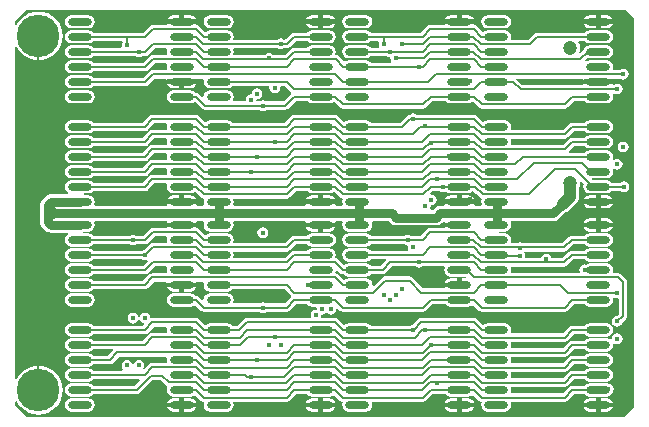
<source format=gtl>
%FSLAX44Y44*%
%MOMM*%
G71*
G01*
G75*
G04 Layer_Physical_Order=1*
G04 Layer_Color=255*
%ADD10O,2.0320X0.6096*%
%ADD11C,0.2000*%
%ADD12C,0.2032*%
%ADD13C,0.8000*%
%ADD14C,1.0000*%
%ADD15C,3.6000*%
%ADD16C,0.4000*%
%ADD17C,1.2000*%
G36*
X66750Y51000D02*
X74000Y43750D01*
Y-285000D01*
X74000Y-285000D01*
X74000D01*
X74073Y-285177D01*
X65750Y-293500D01*
X-440000D01*
X-449500Y-284000D01*
Y-280619D01*
X-448268Y-280311D01*
X-447128Y-282444D01*
X-444566Y-285566D01*
X-441444Y-288128D01*
X-437883Y-290031D01*
X-434019Y-291203D01*
X-430000Y-291599D01*
X-425981Y-291203D01*
X-422117Y-290031D01*
X-418556Y-288128D01*
X-415434Y-285566D01*
X-412873Y-282444D01*
X-410969Y-278883D01*
X-409797Y-275019D01*
X-409401Y-271000D01*
X-409797Y-266981D01*
X-410969Y-263117D01*
X-412873Y-259556D01*
X-415434Y-256434D01*
X-418556Y-253872D01*
X-422117Y-251969D01*
X-425981Y-250797D01*
X-430000Y-250401D01*
X-434019Y-250797D01*
X-437883Y-251969D01*
X-441444Y-253872D01*
X-444566Y-256434D01*
X-447128Y-259556D01*
X-448268Y-261689D01*
X-449500Y-261381D01*
Y19381D01*
X-448268Y19689D01*
X-447128Y17556D01*
X-444566Y14434D01*
X-441444Y11872D01*
X-437883Y9969D01*
X-434019Y8797D01*
X-430000Y8401D01*
X-425981Y8797D01*
X-422117Y9969D01*
X-418556Y11872D01*
X-415434Y14434D01*
X-412873Y17556D01*
X-410969Y21117D01*
X-409797Y24981D01*
X-409401Y29000D01*
X-409797Y33019D01*
X-410969Y36883D01*
X-412873Y40444D01*
X-415434Y43566D01*
X-418556Y46128D01*
X-422117Y48031D01*
X-425981Y49203D01*
X-430000Y49599D01*
X-434019Y49203D01*
X-437883Y48031D01*
X-441444Y46128D01*
X-444566Y43566D01*
X-447128Y40444D01*
X-448268Y38311D01*
X-449500Y38619D01*
Y42000D01*
X-440250Y51250D01*
X66500D01*
X66750Y51000D01*
D02*
G37*
%LPC*%
G36*
X50972Y-125343D02*
X45860D01*
Y-129000D01*
X56231D01*
X56198Y-128835D01*
X54972Y-127000D01*
X53137Y-125774D01*
X50972Y-125343D01*
D02*
G37*
G36*
X41860Y-113400D02*
X31489D01*
X31522Y-113565D01*
X32748Y-115400D01*
X34583Y-116626D01*
X36748Y-117057D01*
X41860D01*
Y-113400D01*
D02*
G37*
G36*
Y-133000D02*
X31489D01*
X31522Y-133165D01*
X32748Y-135000D01*
X34583Y-136226D01*
X36748Y-136657D01*
X41860D01*
Y-133000D01*
D02*
G37*
G36*
X56231D02*
X45860D01*
Y-136657D01*
X50972D01*
X53137Y-136226D01*
X54972Y-135000D01*
X56198Y-133165D01*
X56231Y-133000D01*
D02*
G37*
G36*
X41860Y-125343D02*
X36748D01*
X34583Y-125774D01*
X32748Y-127000D01*
X31522Y-128835D01*
X31489Y-129000D01*
X41860D01*
Y-125343D01*
D02*
G37*
G36*
X56231Y-113400D02*
X45860D01*
Y-117057D01*
X50972D01*
X53137Y-116626D01*
X54972Y-115400D01*
X56198Y-113565D01*
X56231Y-113400D01*
D02*
G37*
G36*
X-296269Y-285400D02*
X-306640D01*
Y-289057D01*
X-301528D01*
X-299363Y-288626D01*
X-297528Y-287400D01*
X-296302Y-285565D01*
X-296269Y-285400D01*
D02*
G37*
G36*
X-310640D02*
X-321011D01*
X-320978Y-285565D01*
X-319752Y-287400D01*
X-317917Y-288626D01*
X-315752Y-289057D01*
X-310640D01*
Y-285400D01*
D02*
G37*
G36*
X-387888Y-277743D02*
X-402112D01*
X-404277Y-278174D01*
X-406112Y-279400D01*
X-407338Y-281235D01*
X-407769Y-283400D01*
X-407338Y-285565D01*
X-406112Y-287400D01*
X-404277Y-288626D01*
X-402112Y-289057D01*
X-387888D01*
X-385723Y-288626D01*
X-383888Y-287400D01*
X-382662Y-285565D01*
X-382231Y-283400D01*
X-382662Y-281235D01*
X-383888Y-279400D01*
X-385723Y-278174D01*
X-387888Y-277743D01*
D02*
G37*
G36*
X-75640Y-285400D02*
X-86011D01*
X-85978Y-285565D01*
X-84752Y-287400D01*
X-82917Y-288626D01*
X-80752Y-289057D01*
X-75640D01*
Y-285400D01*
D02*
G37*
G36*
X-178769D02*
X-189140D01*
Y-289057D01*
X-184028D01*
X-181863Y-288626D01*
X-180028Y-287400D01*
X-178802Y-285565D01*
X-178769Y-285400D01*
D02*
G37*
G36*
X-193140D02*
X-203511D01*
X-203478Y-285565D01*
X-202252Y-287400D01*
X-200417Y-288626D01*
X-198252Y-289057D01*
X-193140D01*
Y-285400D01*
D02*
G37*
G36*
X-61269D02*
X-71640D01*
Y-289057D01*
X-66528D01*
X-64363Y-288626D01*
X-62528Y-287400D01*
X-61302Y-285565D01*
X-61269Y-285400D01*
D02*
G37*
G36*
X-75640Y-277743D02*
X-80752D01*
X-82917Y-278174D01*
X-84752Y-279400D01*
X-85978Y-281235D01*
X-86011Y-281400D01*
X-75640D01*
Y-277743D01*
D02*
G37*
G36*
X-66528D02*
X-71640D01*
Y-281400D01*
X-61269D01*
X-61302Y-281235D01*
X-62528Y-279400D01*
X-64363Y-278174D01*
X-66528Y-277743D01*
D02*
G37*
G36*
X41860D02*
X36748D01*
X34583Y-278174D01*
X32748Y-279400D01*
X31522Y-281235D01*
X31489Y-281400D01*
X41860D01*
Y-277743D01*
D02*
G37*
G36*
X-301528D02*
X-306640D01*
Y-281400D01*
X-296269D01*
X-296302Y-281235D01*
X-297528Y-279400D01*
X-299363Y-278174D01*
X-301528Y-277743D01*
D02*
G37*
G36*
X-193140D02*
X-198252D01*
X-200417Y-278174D01*
X-202252Y-279400D01*
X-203478Y-281235D01*
X-203511Y-281400D01*
X-193140D01*
Y-277743D01*
D02*
G37*
G36*
X-184028D02*
X-189140D01*
Y-281400D01*
X-178769D01*
X-178802Y-281235D01*
X-180028Y-279400D01*
X-181863Y-278174D01*
X-184028Y-277743D01*
D02*
G37*
G36*
X50972D02*
X45860D01*
Y-281400D01*
X56231D01*
X56198Y-281235D01*
X54972Y-279400D01*
X53137Y-278174D01*
X50972Y-277743D01*
D02*
G37*
G36*
X-310640D02*
X-315752D01*
X-317917Y-278174D01*
X-319752Y-279400D01*
X-320978Y-281235D01*
X-321011Y-281400D01*
X-310640D01*
Y-277743D01*
D02*
G37*
G36*
X56231Y-285400D02*
X45860D01*
Y-289057D01*
X50972D01*
X53137Y-288626D01*
X54972Y-287400D01*
X56198Y-285565D01*
X56231Y-285400D01*
D02*
G37*
G36*
X41860D02*
X31489D01*
X31522Y-285565D01*
X32748Y-287400D01*
X34583Y-288626D01*
X36748Y-289057D01*
X41860D01*
Y-285400D01*
D02*
G37*
G36*
X-387888Y-188843D02*
X-402112D01*
X-404277Y-189274D01*
X-406112Y-190500D01*
X-407338Y-192335D01*
X-407769Y-194500D01*
X-407338Y-196665D01*
X-406112Y-198500D01*
X-404277Y-199726D01*
X-402112Y-200157D01*
X-387888D01*
X-385723Y-199726D01*
X-383888Y-198500D01*
X-382662Y-196665D01*
X-382231Y-194500D01*
X-382662Y-192335D01*
X-383888Y-190500D01*
X-385723Y-189274D01*
X-387888Y-188843D01*
D02*
G37*
G36*
X-310640Y-183800D02*
X-321011D01*
X-320978Y-183965D01*
X-319752Y-185800D01*
X-317917Y-187026D01*
X-315752Y-187457D01*
X-310640D01*
Y-183800D01*
D02*
G37*
G36*
X-296269D02*
X-306640D01*
Y-187457D01*
X-301528D01*
X-299363Y-187026D01*
X-297528Y-185800D01*
X-296302Y-183965D01*
X-296269Y-183800D01*
D02*
G37*
G36*
X41860Y39000D02*
X31489D01*
X31522Y38835D01*
X32748Y37000D01*
X34583Y35774D01*
X36748Y35343D01*
X41860D01*
Y39000D01*
D02*
G37*
G36*
X56231D02*
X45860D01*
Y35343D01*
X50972D01*
X53137Y35774D01*
X54972Y37000D01*
X56198Y38835D01*
X56231Y39000D01*
D02*
G37*
G36*
X-310640Y46657D02*
X-315752D01*
X-317917Y46226D01*
X-319752Y45000D01*
X-320978Y43165D01*
X-321011Y43000D01*
X-310640D01*
Y46657D01*
D02*
G37*
G36*
X-35388D02*
X-49612D01*
X-51777Y46226D01*
X-53612Y45000D01*
X-54838Y43165D01*
X-55269Y41000D01*
X-54838Y38835D01*
X-53612Y37000D01*
X-51777Y35774D01*
X-49612Y35343D01*
X-35388D01*
X-33223Y35774D01*
X-31388Y37000D01*
X-30162Y38835D01*
X-29731Y41000D01*
X-30162Y43165D01*
X-31388Y45000D01*
X-33223Y46226D01*
X-35388Y46657D01*
D02*
G37*
G36*
X-193140Y39000D02*
X-203511D01*
X-203478Y38835D01*
X-202252Y37000D01*
X-200417Y35774D01*
X-198252Y35343D01*
X-193140D01*
Y39000D01*
D02*
G37*
G36*
X-178769D02*
X-189140D01*
Y35343D01*
X-184028D01*
X-181863Y35774D01*
X-180028Y37000D01*
X-178802Y38835D01*
X-178769Y39000D01*
D02*
G37*
G36*
X-152888Y46657D02*
X-167112D01*
X-169277Y46226D01*
X-171112Y45000D01*
X-172338Y43165D01*
X-172769Y41000D01*
X-172338Y38835D01*
X-171112Y37000D01*
X-169277Y35774D01*
X-167112Y35343D01*
X-152888D01*
X-150723Y35774D01*
X-148888Y37000D01*
X-147662Y38835D01*
X-147231Y41000D01*
X-147662Y43165D01*
X-148888Y45000D01*
X-150723Y46226D01*
X-152888Y46657D01*
D02*
G37*
G36*
X-66528D02*
X-71640D01*
Y43000D01*
X-61269D01*
X-61302Y43165D01*
X-62528Y45000D01*
X-64363Y46226D01*
X-66528Y46657D01*
D02*
G37*
G36*
X41860D02*
X36748D01*
X34583Y46226D01*
X32748Y45000D01*
X31522Y43165D01*
X31489Y43000D01*
X41860D01*
Y46657D01*
D02*
G37*
G36*
X50972D02*
X45860D01*
Y43000D01*
X56231D01*
X56198Y43165D01*
X54972Y45000D01*
X53137Y46226D01*
X50972Y46657D01*
D02*
G37*
G36*
X-75640D02*
X-80752D01*
X-82917Y46226D01*
X-84752Y45000D01*
X-85978Y43165D01*
X-86011Y43000D01*
X-75640D01*
Y46657D01*
D02*
G37*
G36*
X-301528D02*
X-306640D01*
Y43000D01*
X-296269D01*
X-296302Y43165D01*
X-297528Y45000D01*
X-299363Y46226D01*
X-301528Y46657D01*
D02*
G37*
G36*
X-193140D02*
X-198252D01*
X-200417Y46226D01*
X-202252Y45000D01*
X-203478Y43165D01*
X-203511Y43000D01*
X-193140D01*
Y46657D01*
D02*
G37*
G36*
X-184028D02*
X-189140D01*
Y43000D01*
X-178769D01*
X-178802Y43165D01*
X-180028Y45000D01*
X-181863Y46226D01*
X-184028Y46657D01*
D02*
G37*
G36*
X-112500Y-36662D02*
X-114256Y-37011D01*
X-115633Y-37931D01*
X-115750D01*
X-117116Y-38203D01*
X-118273Y-38977D01*
X-123628Y-44331D01*
X-148600D01*
X-148888Y-43900D01*
X-150723Y-42674D01*
X-152888Y-42243D01*
X-167112D01*
X-169277Y-42674D01*
X-171112Y-43900D01*
X-171286Y-43917D01*
X-176227Y-38977D01*
X-177384Y-38203D01*
X-178750Y-37931D01*
X-213500D01*
X-214866Y-38203D01*
X-216023Y-38977D01*
X-221378Y-44331D01*
X-266100D01*
X-266388Y-43900D01*
X-268223Y-42674D01*
X-270388Y-42243D01*
X-284612D01*
X-286777Y-42674D01*
X-288612Y-43900D01*
X-289014Y-43940D01*
X-293977Y-38977D01*
X-295134Y-38203D01*
X-296500Y-37931D01*
X-333500D01*
X-334866Y-38203D01*
X-336023Y-38977D01*
X-341378Y-44331D01*
X-383600D01*
X-383888Y-43900D01*
X-385723Y-42674D01*
X-387888Y-42243D01*
X-402112D01*
X-404277Y-42674D01*
X-406112Y-43900D01*
X-407338Y-45735D01*
X-407769Y-47900D01*
X-407338Y-50065D01*
X-406112Y-51900D01*
X-404277Y-53126D01*
X-402112Y-53557D01*
X-387888D01*
X-385723Y-53126D01*
X-383888Y-51900D01*
X-383600Y-51469D01*
X-339900D01*
X-338534Y-51197D01*
X-337377Y-50423D01*
X-332022Y-45069D01*
X-321846D01*
X-321041Y-46050D01*
X-321409Y-47900D01*
X-321061Y-49650D01*
X-321866Y-50631D01*
X-333500D01*
X-334866Y-50903D01*
X-336023Y-51677D01*
X-341378Y-57031D01*
X-383600D01*
X-383888Y-56600D01*
X-385723Y-55374D01*
X-387888Y-54943D01*
X-402112D01*
X-404277Y-55374D01*
X-406112Y-56600D01*
X-407338Y-58435D01*
X-407769Y-60600D01*
X-407338Y-62765D01*
X-406112Y-64600D01*
X-404277Y-65826D01*
X-402112Y-66257D01*
X-387888D01*
X-385723Y-65826D01*
X-383888Y-64600D01*
X-383600Y-64169D01*
X-339900D01*
X-338534Y-63897D01*
X-337377Y-63123D01*
X-332022Y-57769D01*
X-321846D01*
X-321041Y-58750D01*
X-321409Y-60600D01*
X-321061Y-62350D01*
X-321866Y-63331D01*
X-333500D01*
X-334866Y-63603D01*
X-336023Y-64377D01*
X-341378Y-69731D01*
X-383600D01*
X-383888Y-69300D01*
X-385723Y-68074D01*
X-387888Y-67643D01*
X-402112D01*
X-404277Y-68074D01*
X-406112Y-69300D01*
X-407338Y-71135D01*
X-407769Y-73300D01*
X-407338Y-75465D01*
X-406112Y-77300D01*
X-404277Y-78526D01*
X-402112Y-78957D01*
X-387888D01*
X-385723Y-78526D01*
X-383888Y-77300D01*
X-383600Y-76869D01*
X-339900D01*
X-338534Y-76597D01*
X-337377Y-75823D01*
X-332022Y-70469D01*
X-321846D01*
X-321041Y-71450D01*
X-321409Y-73300D01*
X-321061Y-75050D01*
X-321866Y-76031D01*
X-333500D01*
X-334866Y-76303D01*
X-336023Y-77077D01*
X-341378Y-82431D01*
X-383600D01*
X-383888Y-82000D01*
X-385723Y-80774D01*
X-387888Y-80343D01*
X-402112D01*
X-404277Y-80774D01*
X-406112Y-82000D01*
X-407338Y-83835D01*
X-407769Y-86000D01*
X-407338Y-88165D01*
X-406112Y-90000D01*
X-404277Y-91226D01*
X-402112Y-91657D01*
X-387888D01*
X-385723Y-91226D01*
X-383888Y-90000D01*
X-383600Y-89569D01*
X-339900D01*
X-338534Y-89297D01*
X-337377Y-88523D01*
X-332022Y-83169D01*
X-321846D01*
X-321041Y-84150D01*
X-321409Y-86000D01*
X-321061Y-87750D01*
X-321866Y-88731D01*
X-333500D01*
X-334866Y-89003D01*
X-336023Y-89777D01*
X-341378Y-95131D01*
X-383600D01*
X-383888Y-94700D01*
X-385723Y-93474D01*
X-387888Y-93043D01*
X-402112D01*
X-404277Y-93474D01*
X-406112Y-94700D01*
X-407338Y-96535D01*
X-407769Y-98700D01*
X-407338Y-100865D01*
X-406112Y-102700D01*
X-404722Y-103629D01*
X-405091Y-104844D01*
X-419400D01*
X-421097Y-105067D01*
X-422094Y-105480D01*
X-422678Y-105722D01*
X-424036Y-106764D01*
X-426886Y-109614D01*
X-427928Y-110972D01*
X-428170Y-111556D01*
X-428583Y-112553D01*
X-428806Y-114250D01*
Y-128500D01*
X-428583Y-130197D01*
X-428255Y-130987D01*
X-427928Y-131778D01*
X-426886Y-133136D01*
X-424386Y-135636D01*
X-423028Y-136678D01*
X-422444Y-136920D01*
X-421447Y-137333D01*
X-419750Y-137556D01*
X-405091D01*
X-404722Y-138771D01*
X-406112Y-139700D01*
X-407338Y-141535D01*
X-407769Y-143700D01*
X-407338Y-145865D01*
X-406112Y-147700D01*
X-404277Y-148926D01*
X-402112Y-149357D01*
X-387888D01*
X-385723Y-148926D01*
X-383888Y-147700D01*
X-383600Y-147269D01*
X-352834D01*
X-351756Y-147989D01*
X-350000Y-148338D01*
X-348244Y-147989D01*
X-347166Y-147269D01*
X-339700D01*
X-338334Y-146997D01*
X-337177Y-146223D01*
X-331772Y-140819D01*
X-321837D01*
X-321031Y-141800D01*
X-321409Y-143700D01*
X-321071Y-145400D01*
X-321876Y-146381D01*
X-333250D01*
X-334616Y-146653D01*
X-335773Y-147427D01*
X-340323Y-151976D01*
X-341756Y-152261D01*
X-342609Y-152831D01*
X-383600D01*
X-383888Y-152400D01*
X-385723Y-151174D01*
X-387888Y-150743D01*
X-402112D01*
X-404277Y-151174D01*
X-406112Y-152400D01*
X-407338Y-154235D01*
X-407769Y-156400D01*
X-407338Y-158565D01*
X-406112Y-160400D01*
X-404277Y-161626D01*
X-402112Y-162057D01*
X-387888D01*
X-385723Y-161626D01*
X-383888Y-160400D01*
X-383600Y-159969D01*
X-342909D01*
X-341756Y-160739D01*
X-340000Y-161088D01*
X-338244Y-160739D01*
X-338030Y-160596D01*
X-337224Y-161577D01*
X-341178Y-165531D01*
X-383600D01*
X-383888Y-165100D01*
X-385723Y-163874D01*
X-387888Y-163443D01*
X-402112D01*
X-404277Y-163874D01*
X-406112Y-165100D01*
X-407338Y-166935D01*
X-407769Y-169100D01*
X-407338Y-171265D01*
X-406112Y-173100D01*
X-404277Y-174326D01*
X-402112Y-174757D01*
X-387888D01*
X-385723Y-174326D01*
X-383888Y-173100D01*
X-383600Y-172669D01*
X-339700D01*
X-338334Y-172397D01*
X-337177Y-171623D01*
X-331772Y-166219D01*
X-321837D01*
X-321031Y-167200D01*
X-321409Y-169100D01*
X-321041Y-170950D01*
X-321846Y-171931D01*
X-333750D01*
X-335116Y-172203D01*
X-336273Y-172977D01*
X-341528Y-178231D01*
X-383600D01*
X-383888Y-177800D01*
X-385723Y-176574D01*
X-387888Y-176143D01*
X-402112D01*
X-404277Y-176574D01*
X-406112Y-177800D01*
X-407338Y-179635D01*
X-407769Y-181800D01*
X-407338Y-183965D01*
X-406112Y-185800D01*
X-404277Y-187026D01*
X-402112Y-187457D01*
X-387888D01*
X-385723Y-187026D01*
X-383888Y-185800D01*
X-383600Y-185369D01*
X-340050D01*
X-338684Y-185097D01*
X-337527Y-184323D01*
X-332272Y-179069D01*
X-321866D01*
X-321061Y-180050D01*
X-321011Y-179800D01*
X-296269D01*
X-296302Y-179635D01*
X-295999Y-179069D01*
X-290726D01*
X-289921Y-180050D01*
X-290269Y-181800D01*
X-289838Y-183965D01*
X-288612Y-185800D01*
X-286777Y-187026D01*
X-284612Y-187457D01*
X-270388D01*
X-268223Y-187026D01*
X-266388Y-185800D01*
X-266100Y-185369D01*
X-221428D01*
X-216023Y-190773D01*
Y-191977D01*
X-221478Y-197431D01*
X-237241D01*
X-238244Y-196761D01*
X-240000Y-196412D01*
X-241756Y-196761D01*
X-242759Y-197431D01*
X-264313D01*
X-265119Y-196450D01*
X-264731Y-194500D01*
X-265162Y-192335D01*
X-266388Y-190500D01*
X-268223Y-189274D01*
X-270388Y-188843D01*
X-284612D01*
X-286777Y-189274D01*
X-288612Y-190500D01*
X-289838Y-192335D01*
X-290202Y-194167D01*
X-291418Y-194536D01*
X-293977Y-191977D01*
X-295134Y-191203D01*
X-296500Y-190931D01*
X-297240D01*
X-297528Y-190500D01*
X-299363Y-189274D01*
X-301528Y-188843D01*
X-315752D01*
X-317917Y-189274D01*
X-319752Y-190500D01*
X-320978Y-192335D01*
X-321409Y-194500D01*
X-320978Y-196665D01*
X-319752Y-198500D01*
X-317917Y-199726D01*
X-315752Y-200157D01*
X-301528D01*
X-299363Y-199726D01*
X-297539Y-198507D01*
X-292523Y-203523D01*
X-291366Y-204297D01*
X-290000Y-204569D01*
X-242759D01*
X-241756Y-205239D01*
X-240000Y-205588D01*
X-238244Y-205239D01*
X-237241Y-204569D01*
X-220000D01*
X-218634Y-204297D01*
X-217477Y-203523D01*
Y-203523D01*
X-217477D01*
D01*
D01*
D01*
D01*
D01*
D01*
X-217477D01*
D01*
X-217477D01*
Y-203523D01*
D01*
D01*
D01*
D01*
Y-203523D01*
D01*
D01*
D01*
D01*
D01*
D01*
Y-203523D01*
D01*
D01*
X-217477D01*
D01*
D01*
D01*
X-212022Y-198069D01*
X-202540D01*
X-202252Y-198500D01*
X-200417Y-199726D01*
X-198252Y-200157D01*
X-195123D01*
X-194317Y-201138D01*
X-194588Y-202500D01*
X-195000Y-202912D01*
X-196756Y-203261D01*
X-198244Y-204256D01*
X-199239Y-205744D01*
X-199588Y-207500D01*
X-199300Y-208950D01*
X-200105Y-209931D01*
X-253750D01*
X-255116Y-210203D01*
X-256273Y-210977D01*
X-261628Y-216331D01*
X-266100D01*
X-266388Y-215900D01*
X-268223Y-214674D01*
X-270388Y-214243D01*
X-284612D01*
X-286777Y-214674D01*
X-288612Y-215900D01*
X-289014Y-215940D01*
X-293977Y-210977D01*
X-295134Y-210203D01*
X-296500Y-209931D01*
X-333500D01*
X-334471Y-210125D01*
X-335278Y-209586D01*
X-335586Y-209125D01*
X-335761Y-208244D01*
X-336756Y-206756D01*
X-338244Y-205761D01*
X-340000Y-205412D01*
X-341756Y-205761D01*
X-343244Y-206756D01*
X-344239Y-208244D01*
X-344365Y-208878D01*
X-345635D01*
X-345761Y-208244D01*
X-346756Y-206756D01*
X-348244Y-205761D01*
X-350000Y-205412D01*
X-351756Y-205761D01*
X-353244Y-206756D01*
X-354239Y-208244D01*
X-354588Y-210000D01*
X-354239Y-211756D01*
X-353244Y-213244D01*
X-351756Y-214239D01*
X-350000Y-214588D01*
X-348244Y-214239D01*
X-346756Y-213244D01*
X-345761Y-211756D01*
X-345635Y-211122D01*
X-344365D01*
X-344239Y-211756D01*
X-343244Y-213244D01*
X-341756Y-214239D01*
X-341017Y-214386D01*
X-340736Y-215311D01*
X-341493Y-216331D01*
X-383600D01*
X-383888Y-215900D01*
X-385723Y-214674D01*
X-387888Y-214243D01*
X-402112D01*
X-404277Y-214674D01*
X-406112Y-215900D01*
X-407338Y-217735D01*
X-407769Y-219900D01*
X-407338Y-222065D01*
X-406112Y-223900D01*
X-404277Y-225126D01*
X-402112Y-225557D01*
X-387888D01*
X-385723Y-225126D01*
X-383888Y-223900D01*
X-383600Y-223469D01*
X-339900D01*
X-338534Y-223197D01*
X-337377Y-222423D01*
X-332022Y-217069D01*
X-321846D01*
X-321041Y-218050D01*
X-321409Y-219900D01*
X-321061Y-221650D01*
X-321866Y-222631D01*
X-333500D01*
X-334866Y-222903D01*
X-336023Y-223677D01*
X-341378Y-229031D01*
X-383600D01*
X-383888Y-228600D01*
X-385723Y-227374D01*
X-387888Y-226943D01*
X-402112D01*
X-404277Y-227374D01*
X-406112Y-228600D01*
X-407338Y-230435D01*
X-407769Y-232600D01*
X-407338Y-234765D01*
X-406112Y-236600D01*
X-404277Y-237826D01*
X-402112Y-238257D01*
X-387888D01*
X-385723Y-237826D01*
X-383888Y-236600D01*
X-383600Y-236169D01*
X-367125D01*
X-366639Y-237342D01*
X-371028Y-241731D01*
X-383600D01*
X-383888Y-241300D01*
X-385723Y-240074D01*
X-387888Y-239643D01*
X-402112D01*
X-404277Y-240074D01*
X-406112Y-241300D01*
X-407338Y-243135D01*
X-407769Y-245300D01*
X-407338Y-247465D01*
X-406112Y-249300D01*
X-404277Y-250526D01*
X-402112Y-250957D01*
X-387888D01*
X-385723Y-250526D01*
X-383888Y-249300D01*
X-383600Y-248869D01*
X-369550D01*
X-368184Y-248597D01*
X-367027Y-247823D01*
X-361672Y-242469D01*
X-321846D01*
X-321041Y-243450D01*
X-321409Y-245300D01*
X-321061Y-247050D01*
X-321866Y-248031D01*
X-333500D01*
X-334866Y-248303D01*
X-336023Y-249077D01*
X-340325Y-253379D01*
X-341307Y-252573D01*
X-340761Y-251756D01*
X-340412Y-250000D01*
X-340761Y-248244D01*
X-341756Y-246756D01*
X-343244Y-245761D01*
X-345000Y-245412D01*
X-346756Y-245761D01*
X-348244Y-246756D01*
X-349239Y-248244D01*
X-349365Y-248878D01*
X-350635D01*
X-350761Y-248244D01*
X-351756Y-246756D01*
X-353244Y-245761D01*
X-355000Y-245412D01*
X-356756Y-245761D01*
X-358244Y-246756D01*
X-359239Y-248244D01*
X-359588Y-250000D01*
X-359239Y-251756D01*
X-358244Y-253244D01*
X-359038Y-254431D01*
X-383600D01*
X-383888Y-254000D01*
X-385723Y-252774D01*
X-387888Y-252343D01*
X-402112D01*
X-404277Y-252774D01*
X-406112Y-254000D01*
X-407338Y-255835D01*
X-407769Y-258000D01*
X-407338Y-260165D01*
X-406112Y-262000D01*
X-404277Y-263226D01*
X-402112Y-263657D01*
X-387888D01*
X-385723Y-263226D01*
X-383888Y-262000D01*
X-383600Y-261569D01*
X-344518D01*
X-344032Y-262742D01*
X-348421Y-267131D01*
X-383600D01*
X-383888Y-266700D01*
X-385723Y-265474D01*
X-387888Y-265043D01*
X-402112D01*
X-404277Y-265474D01*
X-406112Y-266700D01*
X-407338Y-268535D01*
X-407769Y-270700D01*
X-407338Y-272865D01*
X-406112Y-274700D01*
X-404277Y-275926D01*
X-402112Y-276357D01*
X-387888D01*
X-385723Y-275926D01*
X-383888Y-274700D01*
X-383600Y-274269D01*
X-346943D01*
X-345578Y-273997D01*
X-344420Y-273223D01*
X-333515Y-262319D01*
X-326728D01*
X-322223Y-266823D01*
X-321066Y-267597D01*
D01*
D01*
X-320978Y-268535D01*
X-320978Y-268535D01*
X-320978Y-268535D01*
X-321409Y-270700D01*
X-320978Y-272865D01*
X-319752Y-274700D01*
X-317917Y-275926D01*
X-315752Y-276357D01*
X-301528D01*
X-299363Y-275926D01*
X-297539Y-274707D01*
X-292523Y-279723D01*
X-291366Y-280497D01*
X-290764Y-280617D01*
X-289838Y-281235D01*
X-290269Y-283400D01*
X-289838Y-285565D01*
X-288612Y-287400D01*
X-286777Y-288626D01*
X-284612Y-289057D01*
X-270388D01*
X-268223Y-288626D01*
X-266388Y-287400D01*
X-265162Y-285565D01*
X-264731Y-283400D01*
X-265162Y-281235D01*
X-264912Y-280769D01*
X-220000D01*
X-218634Y-280497D01*
X-217477Y-279723D01*
Y-279723D01*
X-217477D01*
D01*
D01*
D01*
D01*
D01*
D01*
X-217477D01*
D01*
X-217477D01*
Y-279723D01*
D01*
D01*
D01*
D01*
Y-279723D01*
D01*
D01*
D01*
D01*
D01*
D01*
Y-279723D01*
D01*
D01*
X-217477D01*
D01*
D01*
D01*
X-212022Y-274269D01*
X-202540D01*
X-202252Y-274700D01*
X-200417Y-275926D01*
X-198252Y-276357D01*
X-184028D01*
X-181863Y-275926D01*
X-180028Y-274700D01*
X-179818Y-274679D01*
X-174773Y-279723D01*
X-173616Y-280497D01*
X-173370Y-280546D01*
X-172338Y-281235D01*
X-172769Y-283400D01*
X-172338Y-285565D01*
X-171112Y-287400D01*
X-169277Y-288626D01*
X-167112Y-289057D01*
X-152888D01*
X-150723Y-288626D01*
X-148888Y-287400D01*
X-147662Y-285565D01*
X-147231Y-283400D01*
X-147662Y-281235D01*
X-147412Y-280769D01*
X-104500D01*
X-103134Y-280497D01*
X-101977Y-279723D01*
X-96522Y-274269D01*
X-85040D01*
X-84752Y-274700D01*
X-82917Y-275926D01*
X-80752Y-276357D01*
X-66528D01*
X-64363Y-275926D01*
X-62528Y-274700D01*
X-62318Y-274679D01*
X-57273Y-279723D01*
X-56116Y-280497D01*
X-55870Y-280546D01*
X-54838Y-281235D01*
X-55269Y-283400D01*
X-54838Y-285565D01*
X-53612Y-287400D01*
X-51777Y-288626D01*
X-49612Y-289057D01*
X-35388D01*
X-33223Y-288626D01*
X-31388Y-287400D01*
X-30162Y-285565D01*
X-29731Y-283400D01*
X-30162Y-281235D01*
X-29912Y-280769D01*
X15500D01*
X16866Y-280497D01*
X18023Y-279723D01*
Y-279723D01*
X18023D01*
D01*
D01*
D01*
D01*
D01*
D01*
X18023D01*
D01*
X18023D01*
Y-279723D01*
D01*
D01*
D01*
D01*
Y-279723D01*
D01*
D01*
D01*
D01*
D01*
D01*
Y-279723D01*
D01*
D01*
X18023D01*
D01*
D01*
D01*
X23478Y-274269D01*
X32460D01*
X32748Y-274700D01*
X34583Y-275926D01*
X36748Y-276357D01*
X50972D01*
X53137Y-275926D01*
X54972Y-274700D01*
X56198Y-272865D01*
X56283Y-272438D01*
X56739Y-271756D01*
X57088Y-270000D01*
X56739Y-268244D01*
X55744Y-266756D01*
X54256Y-265761D01*
X53274Y-265566D01*
X53137Y-265474D01*
X50972Y-265043D01*
X36748D01*
X34583Y-265474D01*
X32748Y-266700D01*
X32460Y-267131D01*
X22000D01*
X20634Y-267403D01*
X19477Y-268177D01*
X14022Y-273631D01*
X-29313D01*
X-30119Y-272650D01*
X-29731Y-270700D01*
X-30162Y-268535D01*
X-29912Y-268069D01*
X15500D01*
X16866Y-267797D01*
X18023Y-267023D01*
X23478Y-261569D01*
X32460D01*
X32748Y-262000D01*
X34583Y-263226D01*
X36748Y-263657D01*
X50972D01*
X53137Y-263226D01*
X54972Y-262000D01*
X56198Y-260165D01*
X56629Y-258000D01*
X56198Y-255835D01*
X54972Y-254000D01*
X53137Y-252774D01*
X50972Y-252343D01*
X36748D01*
X34583Y-252774D01*
X32748Y-254000D01*
X32460Y-254431D01*
X22000D01*
X20634Y-254703D01*
X19477Y-255477D01*
X14022Y-260931D01*
X-29313D01*
X-30119Y-259950D01*
X-29731Y-258000D01*
X-30162Y-255835D01*
X-29912Y-255369D01*
X15500D01*
X16866Y-255097D01*
X18023Y-254323D01*
Y-254323D01*
X18023D01*
D01*
D01*
D01*
D01*
D01*
D01*
X18023D01*
D01*
X18023D01*
Y-254323D01*
D01*
D01*
D01*
D01*
Y-254323D01*
D01*
D01*
D01*
D01*
D01*
D01*
Y-254323D01*
D01*
D01*
X18023D01*
D01*
D01*
D01*
X23478Y-248869D01*
X32460D01*
X32748Y-249300D01*
X34583Y-250526D01*
X36748Y-250957D01*
X50972D01*
X53137Y-250526D01*
X54972Y-249300D01*
X56198Y-247465D01*
X56629Y-245300D01*
X56198Y-243135D01*
X54972Y-241300D01*
X53137Y-240074D01*
X50972Y-239643D01*
X36748D01*
X34583Y-240074D01*
X32748Y-241300D01*
X32460Y-241731D01*
X22000D01*
X20634Y-242003D01*
X19477Y-242777D01*
X14022Y-248231D01*
X-29313D01*
X-30119Y-247250D01*
X-29731Y-245300D01*
X-30162Y-243135D01*
X-29912Y-242669D01*
X15500D01*
X16866Y-242397D01*
X18023Y-241623D01*
X23478Y-236169D01*
X32460D01*
X32748Y-236600D01*
X34583Y-237826D01*
X36748Y-238257D01*
X50972D01*
X53137Y-237826D01*
X54972Y-236600D01*
X56198Y-234765D01*
X56629Y-232600D01*
X56507Y-231989D01*
X57563Y-231284D01*
X58244Y-231739D01*
X60000Y-232088D01*
X61756Y-231739D01*
X63244Y-230744D01*
X64239Y-229256D01*
X64588Y-227500D01*
X64239Y-225744D01*
X63244Y-224256D01*
X61756Y-223261D01*
X60000Y-222912D01*
X58244Y-223261D01*
X56756Y-224256D01*
X55761Y-225744D01*
X55412Y-227500D01*
X53804Y-227820D01*
X53137Y-227374D01*
X50972Y-226943D01*
X36748D01*
X34583Y-227374D01*
X32748Y-228600D01*
X32460Y-229031D01*
X22000D01*
X20634Y-229303D01*
X19477Y-230077D01*
X14022Y-235531D01*
X-29313D01*
X-30119Y-234550D01*
X-29731Y-232600D01*
X-30162Y-230435D01*
X-29912Y-229969D01*
X15500D01*
X16866Y-229697D01*
X18023Y-228923D01*
X23478Y-223469D01*
X32460D01*
X32748Y-223900D01*
X34583Y-225126D01*
X36748Y-225557D01*
X50972D01*
X53137Y-225126D01*
X54972Y-223900D01*
X56198Y-222065D01*
X56629Y-219900D01*
X56198Y-217735D01*
X54972Y-215900D01*
X53137Y-214674D01*
X50972Y-214243D01*
X36748D01*
X34583Y-214674D01*
X32748Y-215900D01*
X32460Y-216331D01*
X22000D01*
X20634Y-216603D01*
X19477Y-217377D01*
X14022Y-222831D01*
X-29313D01*
X-30119Y-221850D01*
X-29731Y-219900D01*
X-30162Y-217735D01*
X-31388Y-215900D01*
X-33223Y-214674D01*
X-35388Y-214243D01*
X-49612D01*
X-51777Y-214674D01*
X-53612Y-215900D01*
X-53786Y-215917D01*
X-58727Y-210977D01*
X-59884Y-210203D01*
X-61250Y-209931D01*
X-106000D01*
X-107366Y-210203D01*
X-108523Y-210977D01*
X-113072Y-215526D01*
X-114256Y-215761D01*
X-115109Y-216331D01*
X-148600D01*
X-148888Y-215900D01*
X-150723Y-214674D01*
X-152888Y-214243D01*
X-167112D01*
X-169277Y-214674D01*
X-171112Y-215900D01*
X-171286Y-215917D01*
X-176227Y-210977D01*
X-177384Y-210203D01*
X-178750Y-209931D01*
X-189895D01*
X-190700Y-208950D01*
X-190412Y-207500D01*
X-190000Y-207088D01*
X-188244Y-206739D01*
X-186756Y-205744D01*
X-185744D01*
X-184256Y-206739D01*
X-182500Y-207088D01*
X-180744Y-206739D01*
X-179256Y-205744D01*
X-178261Y-204256D01*
X-177912Y-202500D01*
X-178010Y-202005D01*
X-176890Y-201406D01*
X-174773Y-203523D01*
X-173616Y-204297D01*
X-172250Y-204569D01*
X-104500D01*
X-103134Y-204297D01*
X-101977Y-203523D01*
Y-203523D01*
X-101977D01*
D01*
D01*
D01*
D01*
D01*
D01*
X-101977D01*
D01*
X-101977D01*
Y-203523D01*
D01*
D01*
D01*
D01*
Y-203523D01*
D01*
D01*
D01*
D01*
D01*
D01*
Y-203523D01*
D01*
D01*
X-101977D01*
D01*
D01*
D01*
X-96522Y-198069D01*
X-85040D01*
X-84752Y-198500D01*
X-82917Y-199726D01*
X-80752Y-200157D01*
X-66528D01*
X-64363Y-199726D01*
X-62528Y-198500D01*
X-62318Y-198479D01*
X-57273Y-203523D01*
Y-203523D01*
D01*
Y-203523D01*
X-57273Y-203523D01*
D01*
D01*
X-57273D01*
X-57273Y-203523D01*
Y-203523D01*
Y-203523D01*
D01*
D01*
X-57273D01*
Y-203523D01*
X-56116Y-204297D01*
X-54750Y-204569D01*
X15500D01*
X16866Y-204297D01*
X18023Y-203523D01*
X23478Y-198069D01*
X32460D01*
X32748Y-198500D01*
X34583Y-199726D01*
X36748Y-200157D01*
X50972D01*
X53137Y-199726D01*
X54972Y-198500D01*
X56198Y-196665D01*
X56629Y-194500D01*
X56243Y-192563D01*
X57299Y-191858D01*
X58244Y-192489D01*
X60000Y-192838D01*
X60450Y-192749D01*
X61431Y-193554D01*
Y-206272D01*
X59428Y-208276D01*
X58244Y-208511D01*
X56756Y-209506D01*
X55761Y-210994D01*
X55412Y-212750D01*
X55761Y-214506D01*
X56756Y-215994D01*
X58244Y-216989D01*
X60000Y-217338D01*
X61756Y-216989D01*
X63244Y-215994D01*
X64239Y-214506D01*
X64474Y-213322D01*
X67523Y-210273D01*
X68297Y-209116D01*
X68569Y-207750D01*
Y-179750D01*
X68297Y-178384D01*
X67523Y-177227D01*
X63273Y-172977D01*
X62116Y-172203D01*
X60750Y-171931D01*
X57066D01*
X56261Y-170950D01*
X56629Y-169100D01*
X56198Y-166935D01*
X54972Y-165100D01*
X53137Y-163874D01*
X50972Y-163443D01*
X36748D01*
X34583Y-163874D01*
X33485Y-164608D01*
X32500Y-164412D01*
X30744Y-164761D01*
X29256Y-165756D01*
X28261Y-167244D01*
X27912Y-169000D01*
X28261Y-170756D01*
X28298Y-170811D01*
X27700Y-171931D01*
X-29293D01*
X-30099Y-170950D01*
X-29731Y-169100D01*
X-30162Y-166935D01*
X-29806Y-166269D01*
X15000D01*
X16366Y-165997D01*
X17523Y-165223D01*
Y-165223D01*
X17523D01*
D01*
D01*
D01*
D01*
D01*
D01*
X17523D01*
D01*
X17523D01*
Y-165223D01*
D01*
D01*
D01*
D01*
Y-165223D01*
D01*
D01*
D01*
D01*
D01*
D01*
Y-165223D01*
D01*
D01*
X17523D01*
D01*
D01*
D01*
X22778Y-159969D01*
X32460D01*
X32748Y-160400D01*
X34583Y-161626D01*
X36748Y-162057D01*
X50972D01*
X53137Y-161626D01*
X54972Y-160400D01*
X56198Y-158565D01*
X56629Y-156400D01*
X56198Y-154235D01*
X54972Y-152400D01*
X53137Y-151174D01*
X50972Y-150743D01*
X36748D01*
X34583Y-151174D01*
X32748Y-152400D01*
X32460Y-152831D01*
X21300D01*
X19934Y-153103D01*
X18777Y-153877D01*
X13522Y-159131D01*
X4415D01*
X4239Y-158244D01*
X3244Y-156756D01*
X1756Y-155761D01*
X0Y-155412D01*
X-1756Y-155761D01*
X-3244Y-156756D01*
X-4239Y-158244D01*
X-4415Y-159131D01*
X-17235D01*
X-18041Y-158150D01*
X-17912Y-157500D01*
X-18261Y-155744D01*
X-19256Y-154256D01*
X-19367Y-154181D01*
X-18754Y-153569D01*
X15000D01*
X16366Y-153297D01*
X17523Y-152523D01*
X22778Y-147269D01*
X32460D01*
X32748Y-147700D01*
X34583Y-148926D01*
X36748Y-149357D01*
X50972D01*
X53137Y-148926D01*
X54972Y-147700D01*
X56198Y-145865D01*
X56629Y-143700D01*
X56198Y-141535D01*
X54972Y-139700D01*
X53137Y-138474D01*
X50972Y-138043D01*
X36748D01*
X34583Y-138474D01*
X32748Y-139700D01*
X32460Y-140131D01*
X21300D01*
X19934Y-140403D01*
X18777Y-141177D01*
X13522Y-146431D01*
X-20115D01*
X-20744Y-146011D01*
X-22500Y-145662D01*
X-24256Y-146011D01*
X-24885Y-146431D01*
X-29274D01*
X-30079Y-145450D01*
X-29731Y-143700D01*
X-30162Y-141535D01*
X-31388Y-139700D01*
X-33223Y-138474D01*
X-35388Y-138043D01*
X-39971D01*
X-40219Y-136798D01*
X-39878Y-136657D01*
X-35388D01*
X-33223Y-136226D01*
X-31388Y-135000D01*
X-30162Y-133165D01*
X-29731Y-131000D01*
X-30162Y-128835D01*
X-29612Y-127806D01*
X6000D01*
X7697Y-127583D01*
X8352Y-127311D01*
X9278Y-126928D01*
X10636Y-125886D01*
X16070Y-120452D01*
X17882Y-119701D01*
X19449Y-118499D01*
X25349Y-112599D01*
X26551Y-111032D01*
X27307Y-109208D01*
X27565Y-107250D01*
Y-99699D01*
X28281Y-97969D01*
X28573Y-95750D01*
X28433Y-94680D01*
X29571Y-94118D01*
X31709Y-96256D01*
X31522Y-96535D01*
X31091Y-98700D01*
X31522Y-100865D01*
X32748Y-102700D01*
X34583Y-103926D01*
X36748Y-104357D01*
X50972D01*
X53137Y-103926D01*
X54972Y-102700D01*
X55227Y-102319D01*
X62741D01*
X63744Y-102989D01*
X65500Y-103338D01*
X67256Y-102989D01*
X68744Y-101994D01*
X69739Y-100506D01*
X70088Y-98750D01*
X69739Y-96994D01*
X68744Y-95506D01*
X67256Y-94511D01*
X65500Y-94162D01*
X63744Y-94511D01*
X62741Y-95181D01*
X55293D01*
X54972Y-94700D01*
X53137Y-93474D01*
X50972Y-93043D01*
X39431D01*
X38726Y-91987D01*
X38863Y-91657D01*
X50972D01*
X53137Y-91226D01*
X54972Y-90000D01*
X56198Y-88165D01*
X56629Y-86000D01*
X56243Y-84063D01*
X57299Y-83358D01*
X58244Y-83989D01*
X60000Y-84338D01*
X61756Y-83989D01*
X63244Y-82994D01*
X64239Y-81506D01*
X64588Y-79750D01*
X64239Y-77994D01*
X63244Y-76506D01*
X61756Y-75511D01*
X60000Y-75162D01*
X58244Y-75511D01*
X57256Y-76171D01*
X56198Y-75465D01*
X56629Y-73300D01*
X56198Y-71135D01*
X54972Y-69300D01*
X53137Y-68074D01*
X50972Y-67643D01*
X36748D01*
X34583Y-68074D01*
X32748Y-69300D01*
X32460Y-69731D01*
X19575D01*
X19089Y-68558D01*
X23478Y-64169D01*
X32460D01*
X32748Y-64600D01*
X34583Y-65826D01*
X36748Y-66257D01*
X50972D01*
X53137Y-65826D01*
X54972Y-64600D01*
X56198Y-62765D01*
X56629Y-60600D01*
X56198Y-58435D01*
X54972Y-56600D01*
X53137Y-55374D01*
X50972Y-54943D01*
X36748D01*
X34583Y-55374D01*
X32748Y-56600D01*
X32460Y-57031D01*
X22000D01*
X20634Y-57303D01*
X19477Y-58077D01*
X14022Y-63531D01*
X-29313D01*
X-30119Y-62550D01*
X-29731Y-60600D01*
X-30162Y-58435D01*
X-29912Y-57969D01*
X15500D01*
X16866Y-57697D01*
X18023Y-56923D01*
X23478Y-51469D01*
X32460D01*
X32748Y-51900D01*
X34583Y-53126D01*
X36748Y-53557D01*
X50972D01*
X53137Y-53126D01*
X54972Y-51900D01*
X56198Y-50065D01*
X56629Y-47900D01*
X56198Y-45735D01*
X54972Y-43900D01*
X53137Y-42674D01*
X50972Y-42243D01*
X36748D01*
X34583Y-42674D01*
X32748Y-43900D01*
X32460Y-44331D01*
X22000D01*
X20634Y-44603D01*
X19477Y-45377D01*
X14022Y-50831D01*
X-29313D01*
X-30119Y-49850D01*
X-29731Y-47900D01*
X-30162Y-45735D01*
X-31388Y-43900D01*
X-33223Y-42674D01*
X-35388Y-42243D01*
X-49612D01*
X-51777Y-42674D01*
X-53612Y-43900D01*
X-53786Y-43917D01*
X-58727Y-38977D01*
X-59884Y-38203D01*
X-61250Y-37931D01*
X-109367D01*
X-110744Y-37011D01*
X-112500Y-36662D01*
D02*
G37*
G36*
X-387888Y-16843D02*
X-402112D01*
X-404277Y-17274D01*
X-406112Y-18500D01*
X-407338Y-20335D01*
X-407769Y-22500D01*
X-407338Y-24665D01*
X-406112Y-26500D01*
X-404277Y-27726D01*
X-402112Y-28157D01*
X-387888D01*
X-385723Y-27726D01*
X-383888Y-26500D01*
X-382662Y-24665D01*
X-382231Y-22500D01*
X-382662Y-20335D01*
X-383888Y-18500D01*
X-385723Y-17274D01*
X-387888Y-16843D01*
D02*
G37*
G36*
X-310640Y-11800D02*
X-321011D01*
X-320978Y-11965D01*
X-319752Y-13800D01*
X-317917Y-15026D01*
X-315752Y-15457D01*
X-310640D01*
Y-11800D01*
D02*
G37*
G36*
X41860Y-105743D02*
X36748D01*
X34583Y-106174D01*
X32748Y-107400D01*
X31522Y-109235D01*
X31489Y-109400D01*
X41860D01*
Y-105743D01*
D02*
G37*
G36*
X50972D02*
X45860D01*
Y-109400D01*
X56231D01*
X56198Y-109235D01*
X54972Y-107400D01*
X53137Y-106174D01*
X50972Y-105743D01*
D02*
G37*
G36*
X65000Y-60412D02*
X63244Y-60761D01*
X61756Y-61756D01*
X60761Y-63244D01*
X60412Y-65000D01*
X60761Y-66756D01*
X61756Y-68244D01*
X63244Y-69239D01*
X65000Y-69588D01*
X66756Y-69239D01*
X68244Y-68244D01*
X69239Y-66756D01*
X69588Y-65000D01*
X69239Y-63244D01*
X68244Y-61756D01*
X66756Y-60761D01*
X65000Y-60412D01*
D02*
G37*
G36*
X-387888Y46657D02*
X-402112D01*
X-404277Y46226D01*
X-406112Y45000D01*
X-407338Y43165D01*
X-407769Y41000D01*
X-407338Y38835D01*
X-406112Y37000D01*
X-404277Y35774D01*
X-402112Y35343D01*
X-387888D01*
X-385723Y35774D01*
X-383888Y37000D01*
X-382662Y38835D01*
X-382231Y41000D01*
X-382662Y43165D01*
X-383888Y45000D01*
X-385723Y46226D01*
X-387888Y46657D01*
D02*
G37*
G36*
X-270388D02*
X-284612D01*
X-286777Y46226D01*
X-288612Y45000D01*
X-289838Y43165D01*
X-290269Y41000D01*
X-289838Y38835D01*
X-288612Y37000D01*
X-286777Y35774D01*
X-284612Y35343D01*
X-270388D01*
X-268223Y35774D01*
X-266388Y37000D01*
X-265162Y38835D01*
X-264731Y41000D01*
X-265162Y43165D01*
X-266388Y45000D01*
X-268223Y46226D01*
X-270388Y46657D01*
D02*
G37*
G36*
X-86071Y39300D02*
X-86876Y38319D01*
X-98250D01*
X-99616Y38047D01*
X-100773Y37273D01*
X-106178Y31869D01*
X-148600D01*
X-148888Y32300D01*
X-150723Y33526D01*
X-152888Y33957D01*
X-167112D01*
X-169277Y33526D01*
X-171112Y32300D01*
X-172338Y30465D01*
X-172769Y28300D01*
X-172338Y26135D01*
X-171112Y24300D01*
X-169277Y23074D01*
X-167112Y22643D01*
X-152888D01*
X-150723Y23074D01*
X-148888Y24300D01*
X-148600Y24731D01*
X-142645D01*
X-141840Y23750D01*
X-142088Y22500D01*
X-141739Y20744D01*
X-141434Y20289D01*
X-142033Y19169D01*
X-148600D01*
X-148888Y19600D01*
X-150723Y20826D01*
X-152888Y21257D01*
X-167112D01*
X-169277Y20826D01*
X-171112Y19600D01*
X-172338Y17765D01*
X-172769Y15600D01*
X-172338Y13435D01*
X-171112Y11600D01*
X-169277Y10374D01*
X-167112Y9943D01*
X-152888D01*
X-150723Y10374D01*
X-148888Y11600D01*
X-148600Y12031D01*
X-135035D01*
X-134256Y11511D01*
X-132762Y11214D01*
X-132057Y10158D01*
X-132088Y10000D01*
X-131739Y8244D01*
X-131301Y7589D01*
X-131900Y6469D01*
X-148600D01*
X-148888Y6900D01*
X-150723Y8126D01*
X-152888Y8557D01*
X-167112D01*
X-169277Y8126D01*
X-171107Y6903D01*
X-175977Y11773D01*
X-177134Y12547D01*
X-178500Y12819D01*
X-178817Y13412D01*
X-178802Y13435D01*
X-178371Y15600D01*
X-178802Y17765D01*
X-180028Y19600D01*
X-181863Y20826D01*
X-184028Y21257D01*
X-198252D01*
X-200417Y20826D01*
X-202252Y19600D01*
X-202540Y19169D01*
X-213700D01*
X-215066Y18897D01*
X-216223Y18123D01*
X-221478Y12869D01*
X-231505D01*
X-231756Y13244D01*
X-233244Y14239D01*
X-235000Y14588D01*
X-236756Y14239D01*
X-238244Y13244D01*
X-238495Y12869D01*
X-264274D01*
X-265079Y13850D01*
X-264731Y15600D01*
X-265162Y17765D01*
X-264806Y18431D01*
X-227011D01*
X-226756Y18261D01*
X-225000Y17912D01*
X-223244Y18261D01*
X-222989Y18431D01*
X-220000D01*
X-218634Y18703D01*
X-217477Y19477D01*
X-212222Y24731D01*
X-202540D01*
X-202252Y24300D01*
X-200417Y23074D01*
X-198252Y22643D01*
X-184028D01*
X-181863Y23074D01*
X-180028Y24300D01*
X-178802Y26135D01*
X-178371Y28300D01*
X-178802Y30465D01*
X-180028Y32300D01*
X-181863Y33526D01*
X-184028Y33957D01*
X-198252D01*
X-200417Y33526D01*
X-202252Y32300D01*
X-202540Y31869D01*
X-213700D01*
X-215066Y31597D01*
X-216223Y30823D01*
X-220390Y26657D01*
X-221756Y25744D01*
X-223244Y26739D01*
X-225000Y27088D01*
X-226756Y26739D01*
X-228244Y25744D01*
X-228362Y25569D01*
X-264274D01*
X-265079Y26550D01*
X-264731Y28300D01*
X-265162Y30465D01*
X-266388Y32300D01*
X-268223Y33526D01*
X-270388Y33957D01*
X-284612D01*
X-286777Y33526D01*
X-288612Y32300D01*
X-288968Y32265D01*
X-293977Y37273D01*
X-295134Y38047D01*
X-296500Y38319D01*
X-296565Y38441D01*
X-296302Y38835D01*
X-296269Y39000D01*
X-321011D01*
X-321071Y39300D01*
X-321876Y38319D01*
X-333250D01*
X-334616Y38047D01*
X-335773Y37273D01*
X-341178Y31869D01*
X-383600D01*
X-383888Y32300D01*
X-385723Y33526D01*
X-387888Y33957D01*
X-402112D01*
X-404277Y33526D01*
X-406112Y32300D01*
X-407338Y30465D01*
X-407769Y28300D01*
X-407338Y26135D01*
X-406112Y24300D01*
X-404277Y23074D01*
X-402112Y22643D01*
X-387888D01*
X-385723Y23074D01*
X-383888Y24300D01*
X-383600Y24731D01*
X-359433D01*
X-358834Y23611D01*
X-359239Y23006D01*
X-359588Y21250D01*
X-359369Y20150D01*
X-360175Y19169D01*
X-383600D01*
X-383888Y19600D01*
X-385723Y20826D01*
X-387888Y21257D01*
X-402112D01*
X-404277Y20826D01*
X-406112Y19600D01*
X-407338Y17765D01*
X-407769Y15600D01*
X-407338Y13435D01*
X-406112Y11600D01*
X-404277Y10374D01*
X-402112Y9943D01*
X-387888D01*
X-385723Y10374D01*
X-383888Y11600D01*
X-383600Y12031D01*
X-347909D01*
X-346756Y11261D01*
X-345000Y10912D01*
X-343244Y11261D01*
X-342091Y12031D01*
X-339700D01*
X-338334Y12303D01*
X-337177Y13077D01*
X-331772Y18481D01*
X-321837D01*
X-321031Y17500D01*
X-321409Y15600D01*
X-321071Y13900D01*
X-321876Y12919D01*
X-333250D01*
X-334616Y12647D01*
X-335773Y11873D01*
X-341178Y6469D01*
X-383600D01*
X-383888Y6900D01*
X-385723Y8126D01*
X-387888Y8557D01*
X-402112D01*
X-404277Y8126D01*
X-406112Y6900D01*
X-407338Y5065D01*
X-407769Y2900D01*
X-407338Y735D01*
X-406112Y-1100D01*
X-404277Y-2326D01*
X-402112Y-2757D01*
X-387888D01*
X-385723Y-2326D01*
X-383888Y-1100D01*
X-383600Y-669D01*
X-339700D01*
X-338334Y-397D01*
X-337177Y377D01*
Y377D01*
X-337177D01*
D01*
D01*
D01*
D01*
D01*
D01*
X-337177D01*
D01*
X-337177D01*
Y377D01*
D01*
D01*
D01*
D01*
Y377D01*
D01*
D01*
D01*
D01*
D01*
D01*
Y377D01*
D01*
D01*
X-337177D01*
D01*
D01*
D01*
X-331772Y5781D01*
X-321837D01*
X-321031Y4800D01*
X-321409Y2900D01*
X-321041Y1050D01*
X-321846Y69D01*
X-333250D01*
X-334616Y-203D01*
X-335773Y-977D01*
X-341028Y-6231D01*
X-383600D01*
X-383888Y-5800D01*
X-385723Y-4574D01*
X-387888Y-4143D01*
X-402112D01*
X-404277Y-4574D01*
X-406112Y-5800D01*
X-407338Y-7635D01*
X-407769Y-9800D01*
X-407338Y-11965D01*
X-406112Y-13800D01*
X-404277Y-15026D01*
X-402112Y-15457D01*
X-387888D01*
X-385723Y-15026D01*
X-383888Y-13800D01*
X-383600Y-13369D01*
X-339550D01*
X-338184Y-13097D01*
X-337027Y-12323D01*
X-331772Y-7069D01*
X-321866D01*
X-321061Y-8050D01*
X-321011Y-7800D01*
X-296269D01*
X-296302Y-7635D01*
X-295999Y-7069D01*
X-290726D01*
X-289921Y-8050D01*
X-290269Y-9800D01*
X-289838Y-11965D01*
X-288612Y-13800D01*
X-286777Y-15026D01*
X-284612Y-15457D01*
X-270388D01*
X-268223Y-15026D01*
X-266388Y-13800D01*
X-266100Y-13369D01*
X-235265D01*
X-234459Y-14350D01*
X-234588Y-15000D01*
X-234239Y-16756D01*
X-233244Y-18244D01*
X-231756Y-19239D01*
X-230000Y-19588D01*
X-228244Y-19239D01*
X-226756Y-18244D01*
X-225761Y-16756D01*
X-225412Y-15000D01*
X-225541Y-14350D01*
X-224735Y-13369D01*
X-221178D01*
X-216023Y-18523D01*
X-215886Y-18615D01*
Y-19885D01*
X-216023Y-19977D01*
X-222478Y-26431D01*
X-237241D01*
X-238244Y-25761D01*
X-240000Y-25412D01*
X-241756Y-25761D01*
X-242759Y-26431D01*
X-244696D01*
X-245501Y-25450D01*
X-245412Y-25000D01*
X-245000Y-24588D01*
Y-24588D01*
X-245000Y-24588D01*
D01*
X-243244Y-24239D01*
X-241756Y-23244D01*
X-240761Y-21756D01*
X-240412Y-20000D01*
X-240761Y-18244D01*
X-241756Y-16756D01*
X-243244Y-15761D01*
X-245000Y-15412D01*
X-246756Y-15761D01*
X-248244Y-16756D01*
X-249239Y-18244D01*
X-249588Y-20000D01*
X-250000Y-20412D01*
D01*
X-251756Y-20761D01*
X-253244Y-21756D01*
X-254239Y-23244D01*
X-254588Y-25000D01*
X-254499Y-25450D01*
X-255304Y-26431D01*
X-264995D01*
X-265594Y-25311D01*
X-265162Y-24665D01*
X-264731Y-22500D01*
X-265162Y-20335D01*
X-266388Y-18500D01*
X-268223Y-17274D01*
X-270388Y-16843D01*
X-284612D01*
X-286777Y-17274D01*
X-288612Y-18500D01*
X-289838Y-20335D01*
X-290202Y-22167D01*
X-291418Y-22536D01*
X-293977Y-19977D01*
X-295134Y-19203D01*
X-296500Y-18931D01*
X-297240D01*
X-297528Y-18500D01*
X-299363Y-17274D01*
X-301528Y-16843D01*
X-315752D01*
X-317917Y-17274D01*
X-319752Y-18500D01*
X-320978Y-20335D01*
X-321409Y-22500D01*
X-320978Y-24665D01*
X-319752Y-26500D01*
X-317917Y-27726D01*
X-315752Y-28157D01*
X-301528D01*
X-299363Y-27726D01*
X-297539Y-26507D01*
X-291523Y-32523D01*
X-290366Y-33297D01*
X-289000Y-33569D01*
X-242759D01*
X-241756Y-34239D01*
X-240000Y-34588D01*
X-238244Y-34239D01*
X-237241Y-33569D01*
X-221000D01*
X-219634Y-33297D01*
X-218477Y-32523D01*
Y-32523D01*
X-218477D01*
D01*
D01*
D01*
D01*
D01*
D01*
X-218477D01*
D01*
X-218477D01*
Y-32523D01*
D01*
D01*
D01*
D01*
Y-32523D01*
D01*
D01*
D01*
D01*
D01*
D01*
Y-32523D01*
D01*
D01*
X-218477D01*
D01*
D01*
D01*
X-212022Y-26069D01*
X-202540D01*
X-202252Y-26500D01*
X-200417Y-27726D01*
X-198252Y-28157D01*
X-184028D01*
X-181863Y-27726D01*
X-180028Y-26500D01*
X-179818Y-26479D01*
X-174773Y-31523D01*
X-173616Y-32297D01*
X-172250Y-32569D01*
X-104500D01*
X-103134Y-32297D01*
X-101977Y-31523D01*
Y-31523D01*
X-101977D01*
D01*
D01*
D01*
D01*
D01*
D01*
X-101977D01*
D01*
X-101977D01*
Y-31523D01*
D01*
D01*
D01*
D01*
Y-31523D01*
D01*
D01*
D01*
D01*
D01*
D01*
Y-31523D01*
D01*
D01*
X-101977D01*
D01*
D01*
D01*
X-96522Y-26069D01*
X-85040D01*
X-84752Y-26500D01*
X-82917Y-27726D01*
X-80752Y-28157D01*
X-66528D01*
X-64363Y-27726D01*
X-62528Y-26500D01*
X-62318Y-26479D01*
X-57273Y-31523D01*
Y-31523D01*
D01*
Y-31523D01*
X-57273Y-31523D01*
D01*
D01*
X-57273D01*
D01*
X-57273Y-31523D01*
Y-31523D01*
X-57273Y-31523D01*
Y-31523D01*
X-56116Y-32297D01*
X-54750Y-32569D01*
X15500D01*
X16866Y-32297D01*
X18023Y-31523D01*
X23478Y-26069D01*
X32460D01*
X32748Y-26500D01*
X34583Y-27726D01*
X36748Y-28157D01*
X50972D01*
X53137Y-27726D01*
X54972Y-26500D01*
X56198Y-24665D01*
X56629Y-22500D01*
X56198Y-20335D01*
X56329Y-20091D01*
X57561Y-19782D01*
X58244Y-20239D01*
X60000Y-20588D01*
X61756Y-20239D01*
X63244Y-19244D01*
X64239Y-17756D01*
X64588Y-16000D01*
X64239Y-14244D01*
X63244Y-12756D01*
X61756Y-11761D01*
X60000Y-11412D01*
X58244Y-11761D01*
X57311Y-12385D01*
X56773Y-12025D01*
X56301Y-11450D01*
X56231Y-11800D01*
X31489D01*
X31419Y-11450D01*
X30614Y-12431D01*
X-20272D01*
X-25427Y-7277D01*
X-25364Y-7069D01*
X30634D01*
X31439Y-8050D01*
X31489Y-7800D01*
X56231D01*
X56198Y-7635D01*
X56501Y-7069D01*
X62241D01*
X63244Y-7739D01*
X65000Y-8088D01*
X66756Y-7739D01*
X68244Y-6744D01*
X69239Y-5256D01*
X69588Y-3500D01*
X69239Y-1744D01*
X68244Y-256D01*
X66756Y739D01*
X65000Y1088D01*
X63244Y739D01*
X62241Y69D01*
X57066D01*
X56261Y1050D01*
X56629Y2900D01*
X56198Y5065D01*
X54972Y6900D01*
X53137Y8126D01*
X50972Y8557D01*
X36748D01*
X34583Y8126D01*
X33459Y7375D01*
X32653Y8357D01*
X34656Y10359D01*
X36748Y9943D01*
X50972D01*
X53137Y10374D01*
X54972Y11600D01*
X56198Y13435D01*
X56629Y15600D01*
X56198Y17765D01*
X54972Y19600D01*
X53137Y20826D01*
X50972Y21257D01*
X36748D01*
X34583Y20826D01*
X32748Y19600D01*
X31522Y17765D01*
X31411Y17208D01*
X28848Y14645D01*
X27792Y15351D01*
X28281Y16531D01*
X28573Y18750D01*
X28281Y20969D01*
X27425Y23037D01*
X26998Y23592D01*
X27560Y24731D01*
X32460D01*
X32748Y24300D01*
X34583Y23074D01*
X36748Y22643D01*
X50972D01*
X53137Y23074D01*
X54972Y24300D01*
X56198Y26135D01*
X56629Y28300D01*
X56198Y30465D01*
X54972Y32300D01*
X53137Y33526D01*
X50972Y33957D01*
X36748D01*
X34583Y33526D01*
X32748Y32300D01*
X32460Y31869D01*
X-7950D01*
X-9316Y31597D01*
X-10473Y30823D01*
X-15728Y25569D01*
X-29274D01*
X-30079Y26550D01*
X-29731Y28300D01*
X-30162Y30465D01*
X-31388Y32300D01*
X-33223Y33526D01*
X-35388Y33957D01*
X-49612D01*
X-51777Y33526D01*
X-53612Y32300D01*
X-53968Y32265D01*
X-58977Y37273D01*
X-60134Y38047D01*
X-61500Y38319D01*
X-61565Y38441D01*
X-61302Y38835D01*
X-61269Y39000D01*
X-86011D01*
X-86071Y39300D01*
D02*
G37*
G36*
X-296269Y-11800D02*
X-306640D01*
Y-15457D01*
X-301528D01*
X-299363Y-15026D01*
X-297528Y-13800D01*
X-296302Y-11965D01*
X-296269Y-11800D01*
D02*
G37*
%LPD*%
G36*
X-202252Y-102700D02*
X-200417Y-103926D01*
X-198252Y-104357D01*
X-184028D01*
X-181863Y-103926D01*
X-180028Y-102700D01*
X-179818Y-102679D01*
X-174773Y-107723D01*
X-173616Y-108497D01*
X-173370Y-108546D01*
X-172338Y-109235D01*
X-172769Y-111400D01*
X-172338Y-113565D01*
X-172332Y-113574D01*
X-172931Y-114694D01*
X-178209D01*
X-178808Y-113574D01*
X-178802Y-113565D01*
X-178769Y-113400D01*
X-203511D01*
X-203478Y-113565D01*
X-203472Y-113574D01*
X-204071Y-114694D01*
X-264569D01*
X-265168Y-113574D01*
X-265162Y-113565D01*
X-264731Y-111400D01*
X-265162Y-109235D01*
X-264912Y-108769D01*
X-220000D01*
X-218634Y-108497D01*
X-217477Y-107723D01*
Y-107723D01*
X-217477D01*
D01*
D01*
D01*
D01*
D01*
D01*
X-217477D01*
D01*
X-217477D01*
Y-107723D01*
D01*
D01*
D01*
D01*
Y-107723D01*
D01*
D01*
D01*
D01*
D01*
D01*
Y-107723D01*
D01*
D01*
X-217477D01*
D01*
D01*
D01*
X-212022Y-102269D01*
X-202540D01*
X-202252Y-102700D01*
D02*
G37*
G36*
X-131886Y-129386D02*
X-130528Y-130428D01*
X-129602Y-130811D01*
X-128947Y-131083D01*
X-127250Y-131306D01*
X-93250D01*
X-91553Y-131083D01*
X-90898Y-130811D01*
X-89972Y-130428D01*
X-88614Y-129386D01*
X-87458Y-128230D01*
X-86202Y-128416D01*
X-85978Y-128835D01*
X-86011Y-129000D01*
X-73637D01*
Y-133000D01*
X-86011D01*
X-86071Y-132700D01*
X-86876Y-133681D01*
X-98250D01*
X-99616Y-133953D01*
X-100773Y-134727D01*
X-106178Y-140131D01*
X-114816D01*
X-115744Y-139511D01*
X-117500Y-139162D01*
X-119256Y-139511D01*
X-120184Y-140131D01*
X-148600D01*
X-148888Y-139700D01*
X-150723Y-138474D01*
X-152888Y-138043D01*
X-167112D01*
X-169277Y-138474D01*
X-171112Y-139700D01*
X-172338Y-141535D01*
X-172769Y-143700D01*
X-172338Y-145865D01*
X-171112Y-147700D01*
X-169277Y-148926D01*
X-167112Y-149357D01*
X-152888D01*
X-150723Y-148926D01*
X-148888Y-147700D01*
X-148600Y-147269D01*
X-120334D01*
X-119256Y-147989D01*
X-117667Y-148305D01*
X-116961Y-149361D01*
X-117088Y-150000D01*
X-116739Y-151756D01*
X-117314Y-152831D01*
X-148600D01*
X-148888Y-152400D01*
X-150723Y-151174D01*
X-152888Y-150743D01*
X-167112D01*
X-169277Y-151174D01*
X-171112Y-152400D01*
X-172338Y-154235D01*
X-172769Y-156400D01*
X-172338Y-158565D01*
X-171112Y-160400D01*
X-169277Y-161626D01*
X-167112Y-162057D01*
X-152888D01*
X-150723Y-161626D01*
X-148888Y-160400D01*
X-148600Y-159969D01*
X-136175D01*
X-135689Y-161142D01*
X-140078Y-165531D01*
X-148600D01*
X-148888Y-165100D01*
X-150723Y-163874D01*
X-152888Y-163443D01*
X-167112D01*
X-169277Y-163874D01*
X-171112Y-165100D01*
X-171332Y-165122D01*
X-176227Y-160227D01*
X-177384Y-159453D01*
X-178750Y-159181D01*
X-178956Y-158796D01*
X-178802Y-158565D01*
X-178371Y-156400D01*
X-178802Y-154235D01*
X-180028Y-152400D01*
X-181863Y-151174D01*
X-184028Y-150743D01*
X-198252D01*
X-200417Y-151174D01*
X-202252Y-152400D01*
X-202540Y-152831D01*
X-213700D01*
X-215066Y-153103D01*
X-216223Y-153877D01*
X-221478Y-159131D01*
X-264274D01*
X-265079Y-158150D01*
X-264731Y-156400D01*
X-265162Y-154235D01*
X-264806Y-153569D01*
X-220000D01*
X-218634Y-153297D01*
X-217477Y-152523D01*
Y-152523D01*
X-217477D01*
D01*
D01*
D01*
D01*
D01*
D01*
X-217477D01*
D01*
X-217477D01*
Y-152523D01*
D01*
D01*
D01*
D01*
Y-152523D01*
D01*
D01*
D01*
D01*
D01*
D01*
Y-152523D01*
D01*
D01*
X-217477D01*
D01*
D01*
D01*
X-212222Y-147269D01*
X-202540D01*
X-202252Y-147700D01*
X-200417Y-148926D01*
X-198252Y-149357D01*
X-184028D01*
X-181863Y-148926D01*
X-180028Y-147700D01*
X-179799Y-147358D01*
X-179256Y-146994D01*
X-178261Y-145506D01*
X-177912Y-143750D01*
X-178261Y-141994D01*
X-179256Y-140506D01*
X-179679Y-140223D01*
X-180028Y-139700D01*
X-181863Y-138474D01*
X-184028Y-138043D01*
X-198252D01*
X-200417Y-138474D01*
X-202252Y-139700D01*
X-202540Y-140131D01*
X-213700D01*
X-215066Y-140403D01*
X-216223Y-141177D01*
X-221478Y-146431D01*
X-264274D01*
X-265079Y-145450D01*
X-264731Y-143700D01*
X-265162Y-141535D01*
X-266388Y-139700D01*
X-268223Y-138474D01*
X-270388Y-138043D01*
X-284612D01*
X-286777Y-138474D01*
X-288612Y-139700D01*
X-288968Y-139735D01*
X-293977Y-134727D01*
X-295134Y-133953D01*
X-296500Y-133681D01*
X-296565Y-133559D01*
X-296302Y-133165D01*
X-296269Y-133000D01*
X-321011D01*
X-321071Y-132700D01*
X-321876Y-133681D01*
X-333250D01*
X-334616Y-133953D01*
X-335773Y-134727D01*
X-341178Y-140131D01*
X-347316D01*
X-348244Y-139511D01*
X-350000Y-139162D01*
X-351756Y-139511D01*
X-352684Y-140131D01*
X-383600D01*
X-383888Y-139700D01*
X-385723Y-138474D01*
X-387888Y-138043D01*
X-391764D01*
X-392012Y-136798D01*
X-391722Y-136678D01*
X-391694Y-136657D01*
X-387888D01*
X-385723Y-136226D01*
X-383888Y-135000D01*
X-382662Y-133165D01*
X-382231Y-131000D01*
X-382662Y-128835D01*
X-382112Y-127806D01*
X-321528D01*
X-320978Y-128835D01*
X-321011Y-129000D01*
X-296269D01*
X-296302Y-128835D01*
X-295752Y-127806D01*
X-290388D01*
X-289838Y-128835D01*
X-290269Y-131000D01*
X-289838Y-133165D01*
X-288612Y-135000D01*
X-286777Y-136226D01*
X-284612Y-136657D01*
X-270388D01*
X-268223Y-136226D01*
X-266388Y-135000D01*
X-265162Y-133165D01*
X-264731Y-131000D01*
X-265162Y-128835D01*
X-264612Y-127806D01*
X-204028D01*
X-203478Y-128835D01*
X-203511Y-129000D01*
X-178769D01*
X-178802Y-128835D01*
X-178252Y-127806D01*
X-172888D01*
X-172338Y-128835D01*
X-172769Y-131000D01*
X-172338Y-133165D01*
X-171112Y-135000D01*
X-169277Y-136226D01*
X-167112Y-136657D01*
X-152888D01*
X-150723Y-136226D01*
X-148888Y-135000D01*
X-147662Y-133165D01*
X-147231Y-131000D01*
X-147662Y-128835D01*
X-147112Y-127806D01*
X-133466D01*
X-131886Y-129386D01*
D02*
G37*
G36*
X-89256Y-102989D02*
X-87500Y-103338D01*
X-85744Y-102989D01*
X-85183Y-102614D01*
X-84752Y-102700D01*
X-84752Y-102700D01*
Y-102700D01*
X-82917Y-103926D01*
X-80752Y-104357D01*
X-66528D01*
X-64363Y-103926D01*
X-62528Y-102700D01*
X-59722Y-104575D01*
X-56573Y-107723D01*
X-55416Y-108497D01*
X-55120Y-108556D01*
X-54838Y-109235D01*
X-55269Y-111400D01*
X-54838Y-113565D01*
X-54832Y-113574D01*
X-55431Y-114694D01*
X-60709D01*
X-61308Y-113574D01*
X-61302Y-113565D01*
X-61269Y-113400D01*
X-86011D01*
X-85978Y-113565D01*
X-85972Y-113574D01*
X-86571Y-114694D01*
X-89750D01*
X-91447Y-114917D01*
X-91910Y-115109D01*
X-93028Y-115572D01*
X-94386Y-116614D01*
X-95966Y-118194D01*
X-97875D01*
X-98474Y-117074D01*
X-98261Y-116756D01*
X-97912Y-115000D01*
X-97500Y-114588D01*
X-95744Y-114239D01*
X-94256Y-113244D01*
X-93261Y-111756D01*
X-92912Y-110000D01*
X-93261Y-108244D01*
X-94256Y-106756D01*
X-95744Y-105761D01*
X-97500Y-105412D01*
X-98057Y-105523D01*
X-98656Y-104403D01*
X-96522Y-102269D01*
X-90334D01*
X-89256Y-102989D01*
D02*
G37*
G36*
X-86031Y-167200D02*
X-86409Y-169100D01*
X-85978Y-171265D01*
X-84752Y-173100D01*
X-82917Y-174326D01*
X-80752Y-174757D01*
X-67631D01*
X-66926Y-175813D01*
X-67063Y-176143D01*
X-71640D01*
Y-181803D01*
X-73637D01*
Y-183800D01*
X-86011D01*
X-86031Y-183700D01*
X-86837Y-184681D01*
X-104272D01*
X-113227Y-175727D01*
X-114384Y-174953D01*
X-115750Y-174681D01*
X-136750D01*
X-138116Y-174953D01*
X-139273Y-175727D01*
X-146152Y-182606D01*
X-147273Y-182007D01*
X-147231Y-181800D01*
X-147662Y-179635D01*
X-148888Y-177800D01*
X-150723Y-176574D01*
X-152888Y-176143D01*
X-167112D01*
X-169277Y-176574D01*
X-171112Y-177800D01*
X-171377Y-177826D01*
X-176227Y-172977D01*
X-177384Y-172203D01*
X-178750Y-171931D01*
X-178971Y-171518D01*
X-178802Y-171265D01*
X-178481Y-169650D01*
X-177265Y-169281D01*
X-174923Y-171623D01*
X-173766Y-172397D01*
X-172400Y-172669D01*
X-171400D01*
X-171112Y-173100D01*
X-169277Y-174326D01*
X-167112Y-174757D01*
X-152888D01*
X-150723Y-174326D01*
X-148888Y-173100D01*
X-148600Y-172669D01*
X-138600D01*
X-137234Y-172397D01*
X-136077Y-171623D01*
Y-171623D01*
X-136077D01*
D01*
D01*
D01*
D01*
D01*
D01*
X-136077D01*
D01*
X-136077D01*
Y-171623D01*
D01*
D01*
D01*
D01*
Y-171623D01*
D01*
D01*
D01*
D01*
D01*
D01*
Y-171623D01*
D01*
D01*
X-136077D01*
D01*
D01*
D01*
X-130672Y-166219D01*
X-110409D01*
X-109256Y-166989D01*
X-107500Y-167338D01*
X-105744Y-166989D01*
X-104591Y-166219D01*
X-86837D01*
X-86031Y-167200D01*
D02*
G37*
G36*
X-321041Y-96850D02*
X-321409Y-98700D01*
X-320978Y-100865D01*
X-319752Y-102700D01*
X-317917Y-103926D01*
X-315752Y-104357D01*
X-301528D01*
X-299363Y-103926D01*
X-297539Y-102707D01*
X-292523Y-107723D01*
X-291366Y-108497D01*
X-290764Y-108617D01*
X-289838Y-109235D01*
X-290269Y-111400D01*
X-289838Y-113565D01*
X-289832Y-113574D01*
X-290431Y-114694D01*
X-295709D01*
X-296308Y-113574D01*
X-296302Y-113565D01*
X-296269Y-113400D01*
X-321011D01*
X-320978Y-113565D01*
X-320972Y-113574D01*
X-321571Y-114694D01*
X-382069D01*
X-382668Y-113574D01*
X-382662Y-113565D01*
X-382231Y-111400D01*
X-382662Y-109235D01*
X-383888Y-107400D01*
X-385723Y-106174D01*
X-387888Y-105743D01*
X-391039D01*
X-391844Y-104762D01*
X-391764Y-104357D01*
X-387888D01*
X-385723Y-103926D01*
X-383888Y-102700D01*
X-383600Y-102269D01*
X-339900D01*
X-338534Y-101997D01*
X-337377Y-101223D01*
Y-101223D01*
X-337377D01*
D01*
D01*
D01*
D01*
D01*
D01*
X-337377D01*
D01*
X-337377D01*
Y-101223D01*
D01*
D01*
D01*
D01*
Y-101223D01*
D01*
D01*
D01*
D01*
D01*
D01*
Y-101223D01*
D01*
D01*
X-337377D01*
D01*
D01*
D01*
X-332022Y-95869D01*
X-321846D01*
X-321041Y-96850D01*
D02*
G37*
%LPC*%
G36*
X-193140Y-105743D02*
X-198252D01*
X-200417Y-106174D01*
X-202252Y-107400D01*
X-203478Y-109235D01*
X-203511Y-109400D01*
X-193140D01*
Y-105743D01*
D02*
G37*
G36*
X-301528D02*
X-306640D01*
Y-109400D01*
X-296269D01*
X-296302Y-109235D01*
X-297528Y-107400D01*
X-299363Y-106174D01*
X-301528Y-105743D01*
D02*
G37*
G36*
X-184028D02*
X-189140D01*
Y-109400D01*
X-178769D01*
X-178802Y-109235D01*
X-180028Y-107400D01*
X-181863Y-106174D01*
X-184028Y-105743D01*
D02*
G37*
G36*
X-66528D02*
X-71640D01*
Y-109400D01*
X-61269D01*
X-61302Y-109235D01*
X-62528Y-107400D01*
X-64363Y-106174D01*
X-66528Y-105743D01*
D02*
G37*
G36*
X-75640D02*
X-80752D01*
X-82917Y-106174D01*
X-84752Y-107400D01*
X-85978Y-109235D01*
X-86011Y-109400D01*
X-75640D01*
Y-105743D01*
D02*
G37*
G36*
X-240000Y-132912D02*
X-241756Y-133261D01*
X-243244Y-134256D01*
X-244239Y-135744D01*
X-244588Y-137500D01*
X-244239Y-139256D01*
X-243244Y-140744D01*
X-241756Y-141739D01*
X-240000Y-142088D01*
X-238244Y-141739D01*
X-236756Y-140744D01*
X-235761Y-139256D01*
X-235412Y-137500D01*
X-235761Y-135744D01*
X-236756Y-134256D01*
X-238244Y-133261D01*
X-240000Y-132912D01*
D02*
G37*
G36*
X-75640Y-176143D02*
X-80752D01*
X-82917Y-176574D01*
X-84752Y-177800D01*
X-85978Y-179635D01*
X-86011Y-179800D01*
X-75640D01*
Y-176143D01*
D02*
G37*
G36*
X-193140Y-133000D02*
X-203511D01*
X-203478Y-133165D01*
X-202252Y-135000D01*
X-200417Y-136226D01*
X-198252Y-136657D01*
X-193140D01*
Y-133000D01*
D02*
G37*
G36*
X-310640Y-105743D02*
X-315752D01*
X-317917Y-106174D01*
X-319752Y-107400D01*
X-320978Y-109235D01*
X-321011Y-109400D01*
X-310640D01*
Y-105743D01*
D02*
G37*
G36*
X-178769Y-133000D02*
X-189140D01*
Y-136657D01*
X-184028D01*
X-181863Y-136226D01*
X-180028Y-135000D01*
X-178802Y-133165D01*
X-178769Y-133000D01*
D02*
G37*
%LPD*%
D10*
X-308640Y41000D02*
D03*
Y15600D02*
D03*
X-395000Y-22500D02*
D03*
X-308640Y2900D02*
D03*
Y-9800D02*
D03*
Y-22500D02*
D03*
Y-47900D02*
D03*
Y-60600D02*
D03*
Y-73300D02*
D03*
Y-86000D02*
D03*
Y-98700D02*
D03*
Y-111400D02*
D03*
X-395000D02*
D03*
Y-98700D02*
D03*
Y-86000D02*
D03*
Y-73300D02*
D03*
Y-60600D02*
D03*
X-308640Y28300D02*
D03*
X-395000Y-9800D02*
D03*
Y2900D02*
D03*
Y15600D02*
D03*
Y28300D02*
D03*
Y41000D02*
D03*
Y-47900D02*
D03*
X43860Y-169100D02*
D03*
Y2900D02*
D03*
X-191140Y-169100D02*
D03*
Y2900D02*
D03*
Y-131000D02*
D03*
Y-156400D02*
D03*
X-277500Y-194500D02*
D03*
X-191140Y-181800D02*
D03*
Y-194500D02*
D03*
Y-219900D02*
D03*
Y-232600D02*
D03*
Y-245300D02*
D03*
Y-258000D02*
D03*
Y-270700D02*
D03*
Y-283400D02*
D03*
X-277500D02*
D03*
Y-270700D02*
D03*
Y-258000D02*
D03*
Y-245300D02*
D03*
Y-232600D02*
D03*
X-191140Y-143700D02*
D03*
X-277500Y-181800D02*
D03*
Y-169100D02*
D03*
Y-156400D02*
D03*
Y-143700D02*
D03*
Y-131000D02*
D03*
Y-219900D02*
D03*
X-42500D02*
D03*
Y-47900D02*
D03*
X-277500D02*
D03*
X-395000Y-219900D02*
D03*
X-160000D02*
D03*
X-308640Y-131000D02*
D03*
Y-156400D02*
D03*
X-395000Y-194500D02*
D03*
X-308640Y-169100D02*
D03*
Y-181800D02*
D03*
Y-194500D02*
D03*
Y-219900D02*
D03*
Y-232600D02*
D03*
Y-245300D02*
D03*
Y-258000D02*
D03*
Y-270700D02*
D03*
Y-283400D02*
D03*
X-395000D02*
D03*
Y-270700D02*
D03*
Y-258000D02*
D03*
Y-245300D02*
D03*
Y-232600D02*
D03*
X-308640Y-143700D02*
D03*
X-395000Y-181800D02*
D03*
Y-169100D02*
D03*
Y-156400D02*
D03*
Y-143700D02*
D03*
Y-131000D02*
D03*
X-42500Y41000D02*
D03*
Y28300D02*
D03*
Y15600D02*
D03*
Y2900D02*
D03*
Y-9800D02*
D03*
X43860Y28300D02*
D03*
X-42500Y-60600D02*
D03*
Y-73300D02*
D03*
Y-86000D02*
D03*
Y-98700D02*
D03*
Y-111400D02*
D03*
X43860D02*
D03*
Y-98700D02*
D03*
Y-86000D02*
D03*
Y-73300D02*
D03*
Y-60600D02*
D03*
Y-47900D02*
D03*
Y-22500D02*
D03*
Y-9800D02*
D03*
X-42500Y-22500D02*
D03*
X43860Y15600D02*
D03*
Y41000D02*
D03*
X-277500D02*
D03*
Y28300D02*
D03*
Y15600D02*
D03*
Y2900D02*
D03*
Y-9800D02*
D03*
X-191140Y28300D02*
D03*
X-277500Y-60600D02*
D03*
Y-73300D02*
D03*
Y-86000D02*
D03*
Y-98700D02*
D03*
Y-111400D02*
D03*
X-191140D02*
D03*
Y-98700D02*
D03*
Y-86000D02*
D03*
Y-73300D02*
D03*
Y-60600D02*
D03*
Y-47900D02*
D03*
Y-22500D02*
D03*
Y-9800D02*
D03*
X-277500Y-22500D02*
D03*
X-191140Y15600D02*
D03*
Y41000D02*
D03*
X-42500Y-131000D02*
D03*
Y-143700D02*
D03*
Y-156400D02*
D03*
Y-169100D02*
D03*
Y-181800D02*
D03*
X43860Y-143700D02*
D03*
X-42500Y-232600D02*
D03*
Y-245300D02*
D03*
Y-258000D02*
D03*
Y-270700D02*
D03*
Y-283400D02*
D03*
X43860D02*
D03*
Y-270700D02*
D03*
Y-258000D02*
D03*
Y-245300D02*
D03*
Y-232600D02*
D03*
Y-219900D02*
D03*
Y-194500D02*
D03*
Y-181800D02*
D03*
X-42500Y-194500D02*
D03*
X43860Y-156400D02*
D03*
Y-131000D02*
D03*
X-160000D02*
D03*
Y-143700D02*
D03*
Y-156400D02*
D03*
Y-169100D02*
D03*
Y-181800D02*
D03*
X-73640Y-143700D02*
D03*
X-160000Y-232600D02*
D03*
Y-245300D02*
D03*
Y-258000D02*
D03*
Y-270700D02*
D03*
Y-283400D02*
D03*
X-73640D02*
D03*
Y-270700D02*
D03*
Y-258000D02*
D03*
Y-245300D02*
D03*
Y-232600D02*
D03*
Y-219900D02*
D03*
Y-194500D02*
D03*
Y-181800D02*
D03*
Y-169100D02*
D03*
X-160000Y-194500D02*
D03*
X-73640Y-156400D02*
D03*
Y-131000D02*
D03*
Y41000D02*
D03*
Y15600D02*
D03*
X-160000Y-22500D02*
D03*
X-73640Y2900D02*
D03*
Y-9800D02*
D03*
Y-22500D02*
D03*
Y-47900D02*
D03*
Y-60600D02*
D03*
Y-73300D02*
D03*
Y-86000D02*
D03*
Y-98700D02*
D03*
Y-111400D02*
D03*
X-160000D02*
D03*
Y-98700D02*
D03*
Y-86000D02*
D03*
Y-73300D02*
D03*
Y-60600D02*
D03*
X-73640Y28300D02*
D03*
X-160000Y-9800D02*
D03*
Y2900D02*
D03*
Y15600D02*
D03*
Y28300D02*
D03*
Y41000D02*
D03*
Y-47900D02*
D03*
D11*
X-339700Y28300D02*
X-333250Y34750D01*
X-296500D01*
X-290050Y28300D01*
X-277500D01*
X-290050Y15600D02*
X-277500D01*
X-296500Y22050D02*
X-290050Y15600D01*
X-333250Y22050D02*
X-296500D01*
X-339700Y15600D02*
X-333250Y22050D01*
X-395000Y15600D02*
X-339700D01*
X-308640Y28300D02*
X-296800D01*
X-290500Y22000D01*
X-220000D01*
X-213700Y28300D01*
X-191140D01*
X-213700Y15600D02*
X-191140D01*
X-220000Y9300D02*
X-213700Y15600D01*
X-290500Y9300D02*
X-220000D01*
X-296800Y15600D02*
X-290500Y9300D01*
X-308640Y15600D02*
X-296800D01*
X-7950Y28300D02*
X43860D01*
X-14250Y22000D02*
X-7950Y28300D01*
X-55500Y22000D02*
X-14250D01*
X-61800Y28300D02*
X-55500Y22000D01*
X34850Y15600D02*
X43860D01*
X28550Y9300D02*
X34850Y15600D01*
X-55500Y9300D02*
X28550D01*
X-61800Y15600D02*
X-55500Y9300D01*
X-213700Y-143700D02*
X-191140D01*
X-220000Y-150000D02*
X-213700Y-143700D01*
X-290500Y-150000D02*
X-220000D01*
X-296800Y-143700D02*
X-290500Y-150000D01*
X-308640Y-143700D02*
X-296800D01*
X-213700Y-156400D02*
X-191140D01*
X-220000Y-162700D02*
X-213700Y-156400D01*
X-290500Y-162700D02*
X-220000D01*
X-296800Y-156400D02*
X-290500Y-162700D01*
X-308640Y-156400D02*
X-296800D01*
X21300Y-143700D02*
X43860D01*
X15000Y-150000D02*
X21300Y-143700D01*
X-55500Y-150000D02*
X15000D01*
X-61800Y-143700D02*
X-55500Y-150000D01*
X-73640Y-143700D02*
X-61800D01*
X21300Y-156400D02*
X43860D01*
X15000Y-162700D02*
X21300Y-156400D01*
X-61800D02*
X-55500Y-162700D01*
X-73640Y-156400D02*
X-61800D01*
X-104700Y28300D02*
X-98250Y34750D01*
X-61500D01*
X-55050Y28300D01*
X-42500D01*
X-160000Y15600D02*
X-104700D01*
X-98250Y22050D01*
X-61500D01*
X-55050Y15600D01*
X-42500D01*
X-395000Y-143700D02*
X-339700D01*
X-333250Y-137250D01*
X-296500D01*
X-290050Y-143700D01*
X-277500D01*
X-395000Y-156400D02*
X-339700D01*
X-333250Y-149950D01*
X-296500D01*
X-290050Y-156400D01*
X-277500D01*
X-160000Y-143700D02*
X-104700D01*
X-98250Y-137250D01*
X-61500D01*
X-55050Y-143700D01*
X-42500D01*
X-160000Y-156400D02*
X-104700D01*
X-98250Y-149950D01*
X-61500D01*
X-55050Y-156400D01*
X-42500D01*
X-395000Y2900D02*
X-339700D01*
X-333250Y9350D01*
X-296500D01*
X-290050Y2900D01*
X-104700D02*
X-98250Y9350D01*
X-61500D01*
X-55050Y2900D01*
X-42500D01*
X-395000Y-169100D02*
X-339700D01*
X-333250Y-162650D01*
X-296500D01*
X-290050Y-169100D01*
X-138600D02*
X-132150Y-162650D01*
X-61500D01*
X-55050Y-169100D01*
X-42500D01*
X-308640Y-22500D02*
X-296500D01*
X-289000Y-30000D01*
X-221000D02*
X-213500Y-22500D01*
X-178750D02*
X-172250Y-29000D01*
X-104500D01*
X-98000Y-22500D01*
X-61250D02*
X-54750Y-29000D01*
X15500D01*
X22000Y-22500D01*
X43860D01*
X22000Y-47900D02*
X43860D01*
X15500Y-54400D02*
X22000Y-47900D01*
X-54750Y-54400D02*
X15500D01*
X-61250Y-47900D02*
X-54750Y-54400D01*
X-113150D02*
X-106650Y-47900D01*
X-172250Y-54400D02*
X-113150D01*
X-178750Y-47900D02*
X-172250Y-54400D01*
X-220000D02*
X-213500Y-47900D01*
X-290000Y-54400D02*
X-220000D01*
X-296500Y-47900D02*
X-290000Y-54400D01*
X-308640Y-47900D02*
X-296500D01*
X22000Y-60600D02*
X43860D01*
X15500Y-67100D02*
X22000Y-60600D01*
X-54750Y-67100D02*
X15500D01*
X-61250Y-60600D02*
X-54750Y-67100D01*
X-172250D02*
X-104500D01*
X-178750Y-60600D02*
X-172250Y-67100D01*
X-220000D02*
X-213500Y-60600D01*
X-290000Y-67100D02*
X-220000D01*
X-296500Y-60600D02*
X-290000Y-67100D01*
X-308640Y-60600D02*
X-296500D01*
X-98000Y-73300D02*
X-61250D01*
X-213500D02*
X-178750D01*
X-19800D02*
X43860D01*
X-26300Y-79800D02*
X-19800Y-73300D01*
X-54750Y-79800D02*
X-26300D01*
X-61250Y-73300D02*
X-54750Y-79800D01*
X-104500D02*
X-98000Y-73300D01*
X-172250Y-79800D02*
X-104500D01*
X-178750Y-73300D02*
X-172250Y-79800D01*
X-220000D02*
X-213500Y-73300D01*
X-290000Y-79800D02*
X-220000D01*
X-296500Y-73300D02*
X-290000Y-79800D01*
X-308640Y-73300D02*
X-296500D01*
X-54750Y-92500D02*
X-24750D01*
X-61250Y-86000D02*
X-54750Y-92500D01*
X-104500D02*
X-98000Y-86000D01*
X-172250Y-92500D02*
X-104500D01*
X-178750Y-86000D02*
X-172250Y-92500D01*
X-220000D02*
X-213500Y-86000D01*
X-290000Y-92500D02*
X-220000D01*
X-296500Y-86000D02*
X-290000Y-92500D01*
X-308640Y-86000D02*
X-296500D01*
X-60550Y-98700D02*
X-54050Y-105200D01*
X-104500D02*
X-98000Y-98700D01*
X-172250Y-105200D02*
X-104500D01*
X-178750Y-98700D02*
X-172250Y-105200D01*
X-220000D02*
X-213500Y-98700D01*
X-290000Y-105200D02*
X-220000D01*
X-296500Y-98700D02*
X-290000Y-105200D01*
X-308640Y-98700D02*
X-296500D01*
X-104900Y-219900D02*
X-61250D01*
X-253150D02*
X-178750D01*
X22000D02*
X43860D01*
X15500Y-226400D02*
X22000Y-219900D01*
X-54750Y-226400D02*
X15500D01*
X-61250Y-219900D02*
X-54750Y-226400D01*
X-111400D02*
X-104900Y-219900D01*
X-172250Y-226400D02*
X-111400D01*
X-178750Y-219900D02*
X-172250Y-226400D01*
X-259650D02*
X-253150Y-219900D01*
X-290000Y-226400D02*
X-259650D01*
X-296500Y-219900D02*
X-290000Y-226400D01*
X-308640Y-219900D02*
X-296500D01*
X-98000Y-232600D02*
X-61250D01*
X-213500D02*
X-178750D01*
X22000D02*
X43860D01*
X15500Y-239100D02*
X22000Y-232600D01*
X-54750Y-239100D02*
X15500D01*
X-61250Y-232600D02*
X-54750Y-239100D01*
X-104500D02*
X-98000Y-232600D01*
X-172250Y-239100D02*
X-104500D01*
X-178750Y-232600D02*
X-172250Y-239100D01*
X-220000D02*
X-213500Y-232600D01*
X-290000Y-239100D02*
X-220000D01*
X-296500Y-232600D02*
X-290000Y-239100D01*
X-308640Y-232600D02*
X-296500D01*
X-98000Y-245300D02*
X-61250D01*
X-213500D02*
X-178750D01*
X22000D02*
X43860D01*
X15500Y-251800D02*
X22000Y-245300D01*
X-54750Y-251800D02*
X15500D01*
X-61250Y-245300D02*
X-54750Y-251800D01*
X-104500D02*
X-98000Y-245300D01*
X-172250Y-251800D02*
X-104500D01*
X-178750Y-245300D02*
X-172250Y-251800D01*
X-220000D02*
X-213500Y-245300D01*
X-290000Y-251800D02*
X-220000D01*
X-296500Y-245300D02*
X-290000Y-251800D01*
X-308640Y-245300D02*
X-296500D01*
X22000Y-258000D02*
X43860D01*
X15500Y-264500D02*
X22000Y-258000D01*
X-54750Y-264500D02*
X15500D01*
X-61250Y-258000D02*
X-54750Y-264500D01*
X-104500D02*
X-98000Y-258000D01*
X-172250Y-264500D02*
X-104500D01*
X-178750Y-258000D02*
X-172250Y-264500D01*
X-220500Y-265000D02*
X-213500Y-258000D01*
X-296500D02*
X-290000Y-264500D01*
X-308640Y-258000D02*
X-296500D01*
X22000Y-270700D02*
X43860D01*
X15500Y-277200D02*
X22000Y-270700D01*
X-54750Y-277200D02*
X15500D01*
X-61250Y-270700D02*
X-54750Y-277200D01*
X-104500D02*
X-98000Y-270700D01*
X-172250Y-277200D02*
X-104500D01*
X-178750Y-270700D02*
X-172250Y-277200D01*
X-220000D02*
X-213500Y-270700D01*
X-290000Y-277200D02*
X-220000D01*
X-296500Y-270700D02*
X-290000Y-277200D01*
X-308640Y-270700D02*
X-296500D01*
X-395000Y-47900D02*
X-339900D01*
X-333500Y-41500D01*
X-296500D01*
X-290100Y-47900D01*
X-219900D02*
X-213500Y-41500D01*
X-178750D01*
X-172350Y-47900D01*
X-122150D02*
X-115750Y-41500D01*
X-61250D01*
X-54850Y-47900D01*
X-42500D01*
X-290100D02*
X-219900D01*
X-172350D02*
X-122150D01*
X-395000Y-60600D02*
X-339900D01*
X-333500Y-54200D01*
X-296500D01*
X-290100Y-60600D01*
X-219900D02*
X-213500Y-54200D01*
X-178750D01*
X-172350Y-60600D01*
X-104900D02*
X-98500Y-54200D01*
X-61250D01*
X-54850Y-60600D01*
X-42500D01*
X-290100D02*
X-219900D01*
X-172350D02*
X-104900D01*
X-395000Y-73300D02*
X-339900D01*
X-333500Y-66900D01*
X-296500D01*
X-290100Y-73300D01*
X-219900D02*
X-213500Y-66900D01*
X-178750D01*
X-172350Y-73300D01*
X-104900D02*
X-98500Y-66900D01*
X-61250D01*
X-54850Y-73300D01*
X-42500D01*
X-290100D02*
X-219900D01*
X-172350D02*
X-104900D01*
X-395000Y-86000D02*
X-339900D01*
X-333500Y-79600D01*
X-296500D01*
X-290100Y-86000D01*
X-219900D02*
X-213500Y-79600D01*
X-178750D01*
X-172350Y-86000D01*
X-104900D02*
X-98500Y-79600D01*
X-61250D01*
X-54850Y-86000D01*
X-42500D01*
X-290100D02*
X-219900D01*
X-172350D02*
X-104900D01*
X-395000Y-98700D02*
X-339900D01*
X-333500Y-92300D01*
X-296500D01*
X-290100Y-98700D01*
X-219900D02*
X-213500Y-92300D01*
X-178750D01*
X-172350Y-98700D01*
X-104900D02*
X-98500Y-92300D01*
X-61250D02*
X-54850Y-98700D01*
X-42500D01*
X-395000Y-219900D02*
X-339900D01*
X-333500Y-213500D01*
X-296500D01*
X-290100Y-219900D01*
X-260150D02*
X-253750Y-213500D01*
X-178750D01*
X-172350Y-219900D01*
X-112400D02*
X-106000Y-213500D01*
X-61250D01*
X-54850Y-219900D01*
X-42500D01*
X-395000Y-232600D02*
X-339900D01*
X-333500Y-226200D01*
X-296500D01*
X-290100Y-232600D01*
X-259100D02*
X-252700Y-226200D01*
X-178750D01*
X-172350Y-232600D01*
X-104900D02*
X-98500Y-226200D01*
X-61250D01*
X-54850Y-232600D01*
X-42500D01*
X-290100D02*
X-259100D01*
X-172350D02*
X-104900D01*
X-395000Y-245300D02*
X-369550D01*
X-363150Y-238900D01*
X-296500D01*
X-290100Y-245300D01*
X-219900D02*
X-213500Y-238900D01*
X-178750D01*
X-172350Y-245300D01*
X-104900D02*
X-98500Y-238900D01*
X-61250D01*
X-54850Y-245300D01*
X-42500D01*
X-290100D02*
X-219900D01*
X-172350D02*
X-104900D01*
X-395000Y-258000D02*
X-339900D01*
X-333500Y-251600D01*
X-296500D01*
X-290100Y-258000D01*
X-213500Y-251600D02*
X-178750D01*
X-172350Y-258000D01*
X-104900D02*
X-98500Y-251600D01*
X-61250D01*
X-54850Y-258000D01*
X-42500D01*
X-296500Y-264300D02*
X-290100Y-270700D01*
X-178750Y-264300D02*
X-172350Y-270700D01*
X-104900D02*
X-98500Y-264300D01*
X-61250D02*
X-54850Y-270700D01*
X-42500D01*
X-98000Y-194500D02*
X-61250D01*
X-213500D02*
X-178750D01*
X22000D02*
X43860D01*
X15500Y-201000D02*
X22000Y-194500D01*
X-54750Y-201000D02*
X15500D01*
X-61250Y-194500D02*
X-54750Y-201000D01*
X-104500D02*
X-98000Y-194500D01*
X-172250Y-201000D02*
X-104500D01*
X-178750Y-194500D02*
X-172250Y-201000D01*
X-220000D02*
X-213500Y-194500D01*
X-290000Y-201000D02*
X-220000D01*
X-296500Y-194500D02*
X-290000Y-201000D01*
X-308640Y-194500D02*
X-296500D01*
X-219850Y2900D02*
X-213500Y9250D01*
X-178500D01*
X-172150Y2900D01*
X-290050D02*
X-219850D01*
X-172150D02*
X-104700D01*
X-219850Y-169100D02*
X-213500Y-162750D01*
X-178750D01*
X-172400Y-169100D01*
X0Y-162700D02*
Y-160000D01*
X-55500Y-162700D02*
X15000D01*
X-122500Y22500D02*
X-104250D01*
X-98450Y28300D01*
X-61800D01*
X-127500Y10000D02*
X-104000D01*
X-98400Y15600D01*
X-61800D01*
X-213500Y-47900D02*
X-178750D01*
X-106650D02*
X-61250D01*
X-104500Y-67100D02*
X-98000Y-60600D01*
X-213500D02*
X-178750D01*
X-98000D02*
X-61250D01*
X-395000Y-181800D02*
X-340050D01*
X-333750Y-175500D01*
X-178750D01*
X-172450Y-181800D01*
X-160000D01*
X-395000Y-9800D02*
X-339550D01*
X-333250Y-3500D01*
X-178750D01*
X-172450Y-9800D01*
X-277500Y-181800D02*
X-219950D01*
X-213500Y-188250D01*
X-146750D01*
X-136750Y-178250D01*
X-115750D01*
X-105750Y-188250D01*
X-61500D01*
X-55050Y-181800D01*
X-277500Y-9800D02*
X-219700D01*
X-213500Y-16000D01*
X-61250D01*
X-55050Y-9800D01*
X-290100Y-219900D02*
X-260150D01*
X-172350D02*
X-112400D01*
X-289000Y-30000D02*
X-221000D01*
X-213500Y-22500D02*
X-178750D01*
X-98000D02*
X-61250D01*
X-99800Y-9800D02*
X-93500Y-3500D01*
X65000D01*
X-27950Y-9800D02*
X-21750Y-16000D01*
X60000D01*
X-55050Y-9800D02*
X-27950D01*
X-73640Y-169100D02*
X-67400D01*
X-61000Y-175500D01*
X60750D01*
X11800Y-181800D02*
X18250Y-188250D01*
X60000D01*
X-290050Y-169100D02*
X-219850D01*
X-172400D02*
X-138600D01*
X-290000Y-264500D02*
X-258000D01*
X-257500Y-265000D01*
X-220500D01*
X-213500Y-258000D02*
X-178750D01*
X-98000D02*
X-61250D01*
X-255250D02*
X-253250Y-260000D01*
X-221900D01*
X-290100Y-258000D02*
X-255250D01*
X-221900Y-260000D02*
X-213500Y-251600D01*
X-172350Y-258000D02*
X-104900D01*
X-55050Y-181800D02*
X11800D01*
X-172450Y-9800D02*
X-99800D01*
X60750Y-175500D02*
X65000Y-179750D01*
Y-207750D02*
Y-179750D01*
X60000Y-212750D02*
X65000Y-207750D01*
X-54050Y-105200D02*
X-14300D01*
X-213500Y-270700D02*
X-178750D01*
X-98000D02*
X-61250D01*
X-137500Y22500D02*
Y28300D01*
X-160000D02*
X-104700D01*
X-355000Y21250D02*
Y28050D01*
X-395000Y28300D02*
X-339700D01*
X-219900Y-270700D02*
X-213500Y-264300D01*
X-178750D01*
X-10750Y-78500D02*
X30250D01*
X36500Y-84750D01*
X-213500Y-86000D02*
X-178750D01*
X-24750Y-92500D02*
X-10750Y-78500D01*
X-98000Y-86000D02*
X-61250D01*
X-14300Y-105200D02*
X7400Y-83500D01*
X24000D01*
X37750Y-97250D01*
X-213500Y-98700D02*
X-178750D01*
X-98000D02*
X-60550D01*
X43910Y-98750D02*
X65500D01*
X-319700Y-264300D02*
X-296500D01*
X-325250Y-258750D02*
X-319700Y-264300D01*
X-334993Y-258750D02*
X-325250D01*
X-346943Y-270700D02*
X-334993Y-258750D01*
X-395000Y-270700D02*
X-346943D01*
X-290100D02*
X-219900D01*
X-290100Y-98700D02*
X-219900D01*
X-172350Y-270700D02*
X-104900D01*
X-98500Y-264300D02*
X-61250D01*
X-172350Y-98700D02*
X-104900D01*
X-98500Y-92300D02*
X-61250D01*
D12*
X-36500Y-157500D02*
X-22500D01*
X-430000Y-271000D02*
Y-243000D01*
Y3750D02*
Y29000D01*
D13*
X-422250Y-114250D02*
X-419400Y-111400D01*
X-422250Y-128500D02*
X-419750Y-131000D01*
X-93250Y-124750D02*
X-89750Y-121250D01*
X-127250Y-124750D02*
X-93250D01*
X-130750Y-121250D02*
X-127250Y-124750D01*
X6000Y-121250D02*
X14100Y-113150D01*
X-419750Y-131000D02*
X-395000D01*
X-422250Y-128500D02*
Y-114250D01*
X-419400Y-111400D02*
X-395000D01*
X-277500Y-128250D02*
Y-114250D01*
X-422000Y-121250D02*
X-130750D01*
X-158500Y-128250D02*
Y-113750D01*
X-89750Y-121250D02*
X6000D01*
X-42000Y-130500D02*
Y-113500D01*
D14*
X20000Y-107250D02*
Y-95750D01*
X14100Y-113150D02*
X20000Y-107250D01*
D15*
X-430000Y29000D02*
D03*
Y-271000D02*
D03*
D16*
X-40000Y2500D02*
D03*
X-82500Y-73000D02*
D03*
X-77500Y-85000D02*
D03*
X-87500Y-98750D02*
D03*
X-92500Y-92500D02*
D03*
X-22500Y-150250D02*
D03*
X0Y-160000D02*
D03*
X-22500Y-157500D02*
D03*
X-122500Y-185000D02*
D03*
X-127500Y-190000D02*
D03*
X-132500Y-195000D02*
D03*
X-112500Y-150000D02*
D03*
X-137500Y-190000D02*
D03*
X-112500Y-220000D02*
D03*
X-117500Y-143750D02*
D03*
X-122500Y22500D02*
D03*
X-127500Y10000D02*
D03*
X-132500Y15750D02*
D03*
X-137500Y22500D02*
D03*
X-97500Y-61250D02*
D03*
X-102500Y-47500D02*
D03*
Y-220000D02*
D03*
X-97500Y-232500D02*
D03*
Y-110000D02*
D03*
X-102500Y-115000D02*
D03*
X-82500Y-245000D02*
D03*
X-77500Y-257500D02*
D03*
X-92500Y-265000D02*
D03*
X-182500Y-202500D02*
D03*
Y-143750D02*
D03*
X-190000Y-202500D02*
D03*
Y-156250D02*
D03*
X-225000Y-232500D02*
D03*
Y22500D02*
D03*
X-235000Y-232500D02*
D03*
Y10000D02*
D03*
X-340000Y-210000D02*
D03*
Y-156500D02*
D03*
X-350000Y-210000D02*
D03*
Y-143750D02*
D03*
X-345000Y-250000D02*
D03*
X-355000D02*
D03*
Y21250D02*
D03*
X-345000Y15500D02*
D03*
X-230000Y-15000D02*
D03*
Y-226250D02*
D03*
Y-60500D02*
D03*
X-112500Y-41250D02*
D03*
X-240000Y-137500D02*
D03*
Y-30000D02*
D03*
Y-201000D02*
D03*
X-107500Y-162750D02*
D03*
Y2750D02*
D03*
X-195000Y-169000D02*
D03*
Y2250D02*
D03*
Y-207500D02*
D03*
X32500Y-169000D02*
D03*
X40000Y2250D02*
D03*
X-245000Y-20000D02*
D03*
Y-245000D02*
D03*
Y-73250D02*
D03*
X-250000Y-25000D02*
D03*
Y-260000D02*
D03*
X-72500Y-168750D02*
D03*
Y3000D02*
D03*
X60000Y-188250D02*
D03*
Y-16000D02*
D03*
Y-79750D02*
D03*
X65000Y-3500D02*
D03*
Y-65000D02*
D03*
X-162500Y-181750D02*
D03*
Y-9750D02*
D03*
X60000Y-212750D02*
D03*
Y-227500D02*
D03*
X-308750Y-168750D02*
D03*
Y3000D02*
D03*
X-250000Y-86000D02*
D03*
X52500Y-270000D02*
D03*
X65500Y-98750D02*
D03*
X-42500Y-283400D02*
D03*
X-160000D02*
D03*
X-277500D02*
D03*
X-390500Y-283250D02*
D03*
X-389000Y41500D02*
D03*
X-277500Y41000D02*
D03*
X-160000D02*
D03*
X-42500D02*
D03*
X-330000Y-107500D02*
D03*
X-97500Y-32500D02*
D03*
X-155000Y-37250D02*
D03*
X60000Y-280000D02*
D03*
X43860Y-181800D02*
D03*
Y-131000D02*
D03*
X-20000Y-132500D02*
D03*
Y-36250D02*
D03*
Y-46250D02*
D03*
X0Y-40000D02*
D03*
X-40000Y-35000D02*
D03*
X-65000Y-32500D02*
D03*
X60000Y40000D02*
D03*
X20000D02*
D03*
X-420000Y0D02*
D03*
Y-70000D02*
D03*
Y-180000D02*
D03*
Y-240000D02*
D03*
X-330000Y-190000D02*
D03*
Y-286250D02*
D03*
X-212500D02*
D03*
X-112500D02*
D03*
X-20000Y-217500D02*
D03*
X-300000Y-205000D02*
D03*
X-370000Y-210000D02*
D03*
X-210000Y-205000D02*
D03*
X-219000Y-191250D02*
D03*
X-257500Y-192500D02*
D03*
X-107500Y-170750D02*
D03*
X-65000Y-109250D02*
D03*
X-210000Y-130750D02*
D03*
X-176250Y-131000D02*
D03*
X-257500Y-135000D02*
D03*
X-333750Y-130750D02*
D03*
X-370000Y-135000D02*
D03*
X-187500Y-111250D02*
D03*
X-186250Y-9000D02*
D03*
X-330000Y-19750D02*
D03*
X-202500Y-33500D02*
D03*
X-65000Y-9000D02*
D03*
X-66000Y-131000D02*
D03*
X-201500Y-181750D02*
D03*
X-439005Y-114000D02*
D03*
D17*
X20000Y-95750D02*
D03*
Y18750D02*
D03*
X-419000Y-121250D02*
D03*
M02*

</source>
